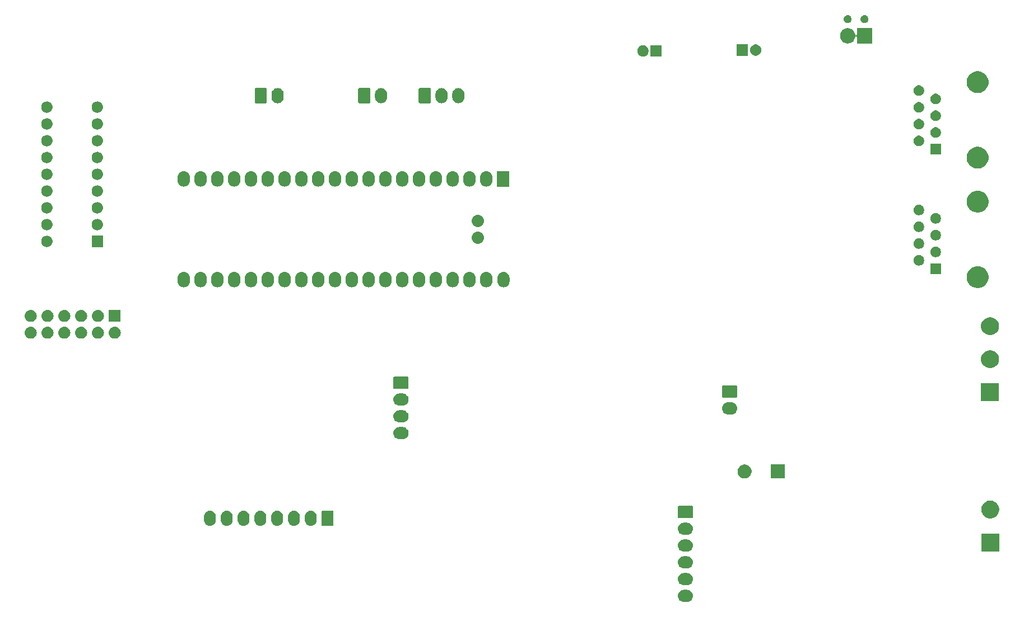
<source format=gbr>
G04 #@! TF.GenerationSoftware,KiCad,Pcbnew,5.1.2*
G04 #@! TF.CreationDate,2019-07-24T05:26:17+02:00*
G04 #@! TF.ProjectId,Motor,4d6f746f-722e-46b6-9963-61645f706362,rev?*
G04 #@! TF.SameCoordinates,Original*
G04 #@! TF.FileFunction,Soldermask,Bot*
G04 #@! TF.FilePolarity,Negative*
%FSLAX46Y46*%
G04 Gerber Fmt 4.6, Leading zero omitted, Abs format (unit mm)*
G04 Created by KiCad (PCBNEW 5.1.2) date 2019-07-24 05:26:17*
%MOMM*%
%LPD*%
G04 APERTURE LIST*
%ADD10C,0.100000*%
G04 APERTURE END LIST*
D10*
G36*
X147508345Y-133923442D02*
G01*
X147598548Y-133932326D01*
X147772157Y-133984990D01*
X147932156Y-134070511D01*
X147975729Y-134106271D01*
X148072397Y-134185603D01*
X148151729Y-134282271D01*
X148187489Y-134325844D01*
X148273010Y-134485843D01*
X148325674Y-134659452D01*
X148343456Y-134840000D01*
X148325674Y-135020548D01*
X148273010Y-135194157D01*
X148187489Y-135354156D01*
X148151729Y-135397729D01*
X148072397Y-135494397D01*
X147975729Y-135573729D01*
X147932156Y-135609489D01*
X147772157Y-135695010D01*
X147598548Y-135747674D01*
X147508345Y-135756558D01*
X147463245Y-135761000D01*
X146912755Y-135761000D01*
X146867655Y-135756558D01*
X146777452Y-135747674D01*
X146603843Y-135695010D01*
X146443844Y-135609489D01*
X146400271Y-135573729D01*
X146303603Y-135494397D01*
X146224271Y-135397729D01*
X146188511Y-135354156D01*
X146102990Y-135194157D01*
X146050326Y-135020548D01*
X146032544Y-134840000D01*
X146050326Y-134659452D01*
X146102990Y-134485843D01*
X146188511Y-134325844D01*
X146224271Y-134282271D01*
X146303603Y-134185603D01*
X146400271Y-134106271D01*
X146443844Y-134070511D01*
X146603843Y-133984990D01*
X146777452Y-133932326D01*
X146867655Y-133923442D01*
X146912755Y-133919000D01*
X147463245Y-133919000D01*
X147508345Y-133923442D01*
X147508345Y-133923442D01*
G37*
G36*
X147508345Y-131383442D02*
G01*
X147598548Y-131392326D01*
X147772157Y-131444990D01*
X147932156Y-131530511D01*
X147975729Y-131566271D01*
X148072397Y-131645603D01*
X148151729Y-131742271D01*
X148187489Y-131785844D01*
X148273010Y-131945843D01*
X148325674Y-132119452D01*
X148343456Y-132300000D01*
X148325674Y-132480548D01*
X148273010Y-132654157D01*
X148187489Y-132814156D01*
X148151729Y-132857729D01*
X148072397Y-132954397D01*
X147975729Y-133033729D01*
X147932156Y-133069489D01*
X147772157Y-133155010D01*
X147598548Y-133207674D01*
X147508345Y-133216558D01*
X147463245Y-133221000D01*
X146912755Y-133221000D01*
X146867655Y-133216558D01*
X146777452Y-133207674D01*
X146603843Y-133155010D01*
X146443844Y-133069489D01*
X146400271Y-133033729D01*
X146303603Y-132954397D01*
X146224271Y-132857729D01*
X146188511Y-132814156D01*
X146102990Y-132654157D01*
X146050326Y-132480548D01*
X146032544Y-132300000D01*
X146050326Y-132119452D01*
X146102990Y-131945843D01*
X146188511Y-131785844D01*
X146224271Y-131742271D01*
X146303603Y-131645603D01*
X146400271Y-131566271D01*
X146443844Y-131530511D01*
X146603843Y-131444990D01*
X146777452Y-131392326D01*
X146867655Y-131383442D01*
X146912755Y-131379000D01*
X147463245Y-131379000D01*
X147508345Y-131383442D01*
X147508345Y-131383442D01*
G37*
G36*
X147508345Y-128843442D02*
G01*
X147598548Y-128852326D01*
X147772157Y-128904990D01*
X147932156Y-128990511D01*
X147975729Y-129026271D01*
X148072397Y-129105603D01*
X148151729Y-129202271D01*
X148187489Y-129245844D01*
X148273010Y-129405843D01*
X148325674Y-129579452D01*
X148343456Y-129760000D01*
X148325674Y-129940548D01*
X148273010Y-130114157D01*
X148187489Y-130274156D01*
X148151729Y-130317729D01*
X148072397Y-130414397D01*
X147975729Y-130493729D01*
X147932156Y-130529489D01*
X147772157Y-130615010D01*
X147598548Y-130667674D01*
X147508345Y-130676558D01*
X147463245Y-130681000D01*
X146912755Y-130681000D01*
X146867655Y-130676558D01*
X146777452Y-130667674D01*
X146603843Y-130615010D01*
X146443844Y-130529489D01*
X146400271Y-130493729D01*
X146303603Y-130414397D01*
X146224271Y-130317729D01*
X146188511Y-130274156D01*
X146102990Y-130114157D01*
X146050326Y-129940548D01*
X146032544Y-129760000D01*
X146050326Y-129579452D01*
X146102990Y-129405843D01*
X146188511Y-129245844D01*
X146224271Y-129202271D01*
X146303603Y-129105603D01*
X146400271Y-129026271D01*
X146443844Y-128990511D01*
X146603843Y-128904990D01*
X146777452Y-128852326D01*
X146867655Y-128843442D01*
X146912755Y-128839000D01*
X147463245Y-128839000D01*
X147508345Y-128843442D01*
X147508345Y-128843442D01*
G37*
G36*
X147508345Y-126303442D02*
G01*
X147598548Y-126312326D01*
X147772157Y-126364990D01*
X147932156Y-126450511D01*
X147975729Y-126486271D01*
X148072397Y-126565603D01*
X148151729Y-126662271D01*
X148187489Y-126705844D01*
X148273010Y-126865843D01*
X148325674Y-127039452D01*
X148343456Y-127220000D01*
X148325674Y-127400548D01*
X148273010Y-127574157D01*
X148187489Y-127734156D01*
X148151729Y-127777729D01*
X148072397Y-127874397D01*
X147975729Y-127953729D01*
X147932156Y-127989489D01*
X147772157Y-128075010D01*
X147598548Y-128127674D01*
X147508345Y-128136558D01*
X147463245Y-128141000D01*
X146912755Y-128141000D01*
X146867655Y-128136558D01*
X146777452Y-128127674D01*
X146603843Y-128075010D01*
X146443844Y-127989489D01*
X146400271Y-127953729D01*
X146303603Y-127874397D01*
X146224271Y-127777729D01*
X146188511Y-127734156D01*
X146102990Y-127574157D01*
X146050326Y-127400548D01*
X146032544Y-127220000D01*
X146050326Y-127039452D01*
X146102990Y-126865843D01*
X146188511Y-126705844D01*
X146224271Y-126662271D01*
X146303603Y-126565603D01*
X146400271Y-126486271D01*
X146443844Y-126450511D01*
X146603843Y-126364990D01*
X146777452Y-126312326D01*
X146867655Y-126303442D01*
X146912755Y-126299000D01*
X147463245Y-126299000D01*
X147508345Y-126303442D01*
X147508345Y-126303442D01*
G37*
G36*
X194614600Y-128113800D02*
G01*
X191912600Y-128113800D01*
X191912600Y-125411800D01*
X194614600Y-125411800D01*
X194614600Y-128113800D01*
X194614600Y-128113800D01*
G37*
G36*
X147508345Y-123763442D02*
G01*
X147598548Y-123772326D01*
X147772157Y-123824990D01*
X147932156Y-123910511D01*
X147975729Y-123946271D01*
X148072397Y-124025603D01*
X148151729Y-124122271D01*
X148187489Y-124165844D01*
X148273010Y-124325843D01*
X148325674Y-124499452D01*
X148343456Y-124680000D01*
X148325674Y-124860548D01*
X148273010Y-125034157D01*
X148187489Y-125194156D01*
X148151729Y-125237729D01*
X148072397Y-125334397D01*
X147978080Y-125411800D01*
X147932156Y-125449489D01*
X147772157Y-125535010D01*
X147598548Y-125587674D01*
X147508345Y-125596558D01*
X147463245Y-125601000D01*
X146912755Y-125601000D01*
X146867655Y-125596558D01*
X146777452Y-125587674D01*
X146603843Y-125535010D01*
X146443844Y-125449489D01*
X146397920Y-125411800D01*
X146303603Y-125334397D01*
X146224271Y-125237729D01*
X146188511Y-125194156D01*
X146102990Y-125034157D01*
X146050326Y-124860548D01*
X146032544Y-124680000D01*
X146050326Y-124499452D01*
X146102990Y-124325843D01*
X146188511Y-124165844D01*
X146224271Y-124122271D01*
X146303603Y-124025603D01*
X146400271Y-123946271D01*
X146443844Y-123910511D01*
X146603843Y-123824990D01*
X146777452Y-123772326D01*
X146867655Y-123763442D01*
X146912755Y-123759000D01*
X147463245Y-123759000D01*
X147508345Y-123763442D01*
X147508345Y-123763442D01*
G37*
G36*
X83106548Y-121954826D02*
G01*
X83280157Y-122007490D01*
X83440156Y-122093011D01*
X83454612Y-122104875D01*
X83580397Y-122208103D01*
X83659729Y-122304771D01*
X83695489Y-122348344D01*
X83781010Y-122508343D01*
X83833674Y-122681952D01*
X83847000Y-122817257D01*
X83847000Y-123367744D01*
X83833674Y-123503048D01*
X83781010Y-123676657D01*
X83695489Y-123836656D01*
X83659729Y-123880229D01*
X83580397Y-123976897D01*
X83440155Y-124091989D01*
X83280156Y-124177510D01*
X83106547Y-124230174D01*
X82926000Y-124247956D01*
X82745452Y-124230174D01*
X82571843Y-124177510D01*
X82411844Y-124091989D01*
X82368271Y-124056229D01*
X82271603Y-123976897D01*
X82156511Y-123836655D01*
X82070991Y-123676658D01*
X82070990Y-123676656D01*
X82018326Y-123503047D01*
X82005000Y-123367743D01*
X82005000Y-122817256D01*
X82018326Y-122681952D01*
X82070990Y-122508343D01*
X82156512Y-122348344D01*
X82166832Y-122335770D01*
X82271604Y-122208103D01*
X82397389Y-122104875D01*
X82411845Y-122093011D01*
X82571844Y-122007490D01*
X82745453Y-121954826D01*
X82926000Y-121937044D01*
X83106548Y-121954826D01*
X83106548Y-121954826D01*
G37*
G36*
X85646548Y-121954826D02*
G01*
X85820157Y-122007490D01*
X85980156Y-122093011D01*
X85994612Y-122104875D01*
X86120397Y-122208103D01*
X86199729Y-122304771D01*
X86235489Y-122348344D01*
X86321010Y-122508343D01*
X86373674Y-122681952D01*
X86387000Y-122817257D01*
X86387000Y-123367744D01*
X86373674Y-123503048D01*
X86321010Y-123676657D01*
X86235489Y-123836656D01*
X86199729Y-123880229D01*
X86120397Y-123976897D01*
X85980155Y-124091989D01*
X85820156Y-124177510D01*
X85646547Y-124230174D01*
X85466000Y-124247956D01*
X85285452Y-124230174D01*
X85111843Y-124177510D01*
X84951844Y-124091989D01*
X84908271Y-124056229D01*
X84811603Y-123976897D01*
X84696511Y-123836655D01*
X84610991Y-123676658D01*
X84610990Y-123676656D01*
X84558326Y-123503047D01*
X84545000Y-123367743D01*
X84545000Y-122817256D01*
X84558326Y-122681952D01*
X84610990Y-122508343D01*
X84696512Y-122348344D01*
X84706832Y-122335770D01*
X84811604Y-122208103D01*
X84937389Y-122104875D01*
X84951845Y-122093011D01*
X85111844Y-122007490D01*
X85285453Y-121954826D01*
X85466000Y-121937044D01*
X85646548Y-121954826D01*
X85646548Y-121954826D01*
G37*
G36*
X88186548Y-121954826D02*
G01*
X88360157Y-122007490D01*
X88520156Y-122093011D01*
X88534612Y-122104875D01*
X88660397Y-122208103D01*
X88739729Y-122304771D01*
X88775489Y-122348344D01*
X88861010Y-122508343D01*
X88913674Y-122681952D01*
X88927000Y-122817257D01*
X88927000Y-123367744D01*
X88913674Y-123503048D01*
X88861010Y-123676657D01*
X88775489Y-123836656D01*
X88739729Y-123880229D01*
X88660397Y-123976897D01*
X88520155Y-124091989D01*
X88360156Y-124177510D01*
X88186547Y-124230174D01*
X88006000Y-124247956D01*
X87825452Y-124230174D01*
X87651843Y-124177510D01*
X87491844Y-124091989D01*
X87448271Y-124056229D01*
X87351603Y-123976897D01*
X87236511Y-123836655D01*
X87150991Y-123676658D01*
X87150990Y-123676656D01*
X87098326Y-123503047D01*
X87085000Y-123367743D01*
X87085000Y-122817256D01*
X87098326Y-122681952D01*
X87150990Y-122508343D01*
X87236512Y-122348344D01*
X87246832Y-122335770D01*
X87351604Y-122208103D01*
X87477389Y-122104875D01*
X87491845Y-122093011D01*
X87651844Y-122007490D01*
X87825453Y-121954826D01*
X88006000Y-121937044D01*
X88186548Y-121954826D01*
X88186548Y-121954826D01*
G37*
G36*
X90726548Y-121954826D02*
G01*
X90900157Y-122007490D01*
X91060156Y-122093011D01*
X91074612Y-122104875D01*
X91200397Y-122208103D01*
X91279729Y-122304771D01*
X91315489Y-122348344D01*
X91401010Y-122508343D01*
X91453674Y-122681952D01*
X91467000Y-122817257D01*
X91467000Y-123367744D01*
X91453674Y-123503048D01*
X91401010Y-123676657D01*
X91315489Y-123836656D01*
X91279729Y-123880229D01*
X91200397Y-123976897D01*
X91060155Y-124091989D01*
X90900156Y-124177510D01*
X90726547Y-124230174D01*
X90546000Y-124247956D01*
X90365452Y-124230174D01*
X90191843Y-124177510D01*
X90031844Y-124091989D01*
X89988271Y-124056229D01*
X89891603Y-123976897D01*
X89776511Y-123836655D01*
X89690991Y-123676658D01*
X89690990Y-123676656D01*
X89638326Y-123503047D01*
X89625000Y-123367743D01*
X89625000Y-122817256D01*
X89638326Y-122681952D01*
X89690990Y-122508343D01*
X89776512Y-122348344D01*
X89786832Y-122335770D01*
X89891604Y-122208103D01*
X90017389Y-122104875D01*
X90031845Y-122093011D01*
X90191844Y-122007490D01*
X90365453Y-121954826D01*
X90546000Y-121937044D01*
X90726548Y-121954826D01*
X90726548Y-121954826D01*
G37*
G36*
X80566548Y-121954826D02*
G01*
X80740157Y-122007490D01*
X80900156Y-122093011D01*
X80914612Y-122104875D01*
X81040397Y-122208103D01*
X81119729Y-122304771D01*
X81155489Y-122348344D01*
X81241010Y-122508343D01*
X81293674Y-122681952D01*
X81307000Y-122817257D01*
X81307000Y-123367744D01*
X81293674Y-123503048D01*
X81241010Y-123676657D01*
X81155489Y-123836656D01*
X81119729Y-123880229D01*
X81040397Y-123976897D01*
X80900155Y-124091989D01*
X80740156Y-124177510D01*
X80566547Y-124230174D01*
X80386000Y-124247956D01*
X80205452Y-124230174D01*
X80031843Y-124177510D01*
X79871844Y-124091989D01*
X79828271Y-124056229D01*
X79731603Y-123976897D01*
X79616511Y-123836655D01*
X79530991Y-123676658D01*
X79530990Y-123676656D01*
X79478326Y-123503047D01*
X79465000Y-123367743D01*
X79465000Y-122817256D01*
X79478326Y-122681952D01*
X79530990Y-122508343D01*
X79616512Y-122348344D01*
X79626832Y-122335770D01*
X79731604Y-122208103D01*
X79857389Y-122104875D01*
X79871845Y-122093011D01*
X80031844Y-122007490D01*
X80205453Y-121954826D01*
X80386000Y-121937044D01*
X80566548Y-121954826D01*
X80566548Y-121954826D01*
G37*
G36*
X78026548Y-121954826D02*
G01*
X78200157Y-122007490D01*
X78360156Y-122093011D01*
X78374612Y-122104875D01*
X78500397Y-122208103D01*
X78579729Y-122304771D01*
X78615489Y-122348344D01*
X78701010Y-122508343D01*
X78753674Y-122681952D01*
X78767000Y-122817257D01*
X78767000Y-123367744D01*
X78753674Y-123503048D01*
X78701010Y-123676657D01*
X78615489Y-123836656D01*
X78579729Y-123880229D01*
X78500397Y-123976897D01*
X78360155Y-124091989D01*
X78200156Y-124177510D01*
X78026547Y-124230174D01*
X77846000Y-124247956D01*
X77665452Y-124230174D01*
X77491843Y-124177510D01*
X77331844Y-124091989D01*
X77288271Y-124056229D01*
X77191603Y-123976897D01*
X77076511Y-123836655D01*
X76990991Y-123676658D01*
X76990990Y-123676656D01*
X76938326Y-123503047D01*
X76925000Y-123367743D01*
X76925000Y-122817256D01*
X76938326Y-122681952D01*
X76990990Y-122508343D01*
X77076512Y-122348344D01*
X77086832Y-122335770D01*
X77191604Y-122208103D01*
X77317389Y-122104875D01*
X77331845Y-122093011D01*
X77491844Y-122007490D01*
X77665453Y-121954826D01*
X77846000Y-121937044D01*
X78026548Y-121954826D01*
X78026548Y-121954826D01*
G37*
G36*
X75486548Y-121954826D02*
G01*
X75660157Y-122007490D01*
X75820156Y-122093011D01*
X75834612Y-122104875D01*
X75960397Y-122208103D01*
X76039729Y-122304771D01*
X76075489Y-122348344D01*
X76161010Y-122508343D01*
X76213674Y-122681952D01*
X76227000Y-122817257D01*
X76227000Y-123367744D01*
X76213674Y-123503048D01*
X76161010Y-123676657D01*
X76075489Y-123836656D01*
X76039729Y-123880229D01*
X75960397Y-123976897D01*
X75820155Y-124091989D01*
X75660156Y-124177510D01*
X75486547Y-124230174D01*
X75306000Y-124247956D01*
X75125452Y-124230174D01*
X74951843Y-124177510D01*
X74791844Y-124091989D01*
X74748271Y-124056229D01*
X74651603Y-123976897D01*
X74536511Y-123836655D01*
X74450991Y-123676658D01*
X74450990Y-123676656D01*
X74398326Y-123503047D01*
X74385000Y-123367743D01*
X74385000Y-122817256D01*
X74398326Y-122681952D01*
X74450990Y-122508343D01*
X74536512Y-122348344D01*
X74546832Y-122335770D01*
X74651604Y-122208103D01*
X74777389Y-122104875D01*
X74791845Y-122093011D01*
X74951844Y-122007490D01*
X75125453Y-121954826D01*
X75306000Y-121937044D01*
X75486548Y-121954826D01*
X75486548Y-121954826D01*
G37*
G36*
X93865561Y-121945466D02*
G01*
X93898383Y-121955423D01*
X93928632Y-121971592D01*
X93955148Y-121993352D01*
X93976908Y-122019868D01*
X93993077Y-122050117D01*
X94003034Y-122082939D01*
X94007000Y-122123213D01*
X94007000Y-124061787D01*
X94003034Y-124102061D01*
X93993077Y-124134883D01*
X93976908Y-124165132D01*
X93955148Y-124191648D01*
X93928632Y-124213408D01*
X93898383Y-124229577D01*
X93865561Y-124239534D01*
X93825287Y-124243500D01*
X92346713Y-124243500D01*
X92306439Y-124239534D01*
X92273617Y-124229577D01*
X92243368Y-124213408D01*
X92216852Y-124191648D01*
X92195092Y-124165132D01*
X92178923Y-124134883D01*
X92168966Y-124102061D01*
X92165000Y-124061787D01*
X92165000Y-122123213D01*
X92168966Y-122082939D01*
X92178923Y-122050117D01*
X92195092Y-122019868D01*
X92216852Y-121993352D01*
X92243368Y-121971592D01*
X92273617Y-121955423D01*
X92306439Y-121945466D01*
X92346713Y-121941500D01*
X93825287Y-121941500D01*
X93865561Y-121945466D01*
X93865561Y-121945466D01*
G37*
G36*
X193657672Y-120463718D02*
G01*
X193903539Y-120565559D01*
X194014928Y-120639987D01*
X194124811Y-120713409D01*
X194312991Y-120901589D01*
X194460842Y-121122863D01*
X194562682Y-121368728D01*
X194614600Y-121629737D01*
X194614600Y-121895863D01*
X194562682Y-122156872D01*
X194460842Y-122402737D01*
X194312991Y-122624011D01*
X194124811Y-122812191D01*
X194024395Y-122879287D01*
X193903539Y-122960041D01*
X193903538Y-122960042D01*
X193903537Y-122960042D01*
X193657672Y-123061882D01*
X193396663Y-123113800D01*
X193130537Y-123113800D01*
X192869528Y-123061882D01*
X192623663Y-122960042D01*
X192623662Y-122960042D01*
X192623661Y-122960041D01*
X192502805Y-122879287D01*
X192402389Y-122812191D01*
X192214209Y-122624011D01*
X192066358Y-122402737D01*
X191964518Y-122156872D01*
X191912600Y-121895863D01*
X191912600Y-121629737D01*
X191964518Y-121368728D01*
X192066358Y-121122863D01*
X192214209Y-120901589D01*
X192402389Y-120713409D01*
X192512272Y-120639987D01*
X192623661Y-120565559D01*
X192869528Y-120463718D01*
X193130537Y-120411800D01*
X193396663Y-120411800D01*
X193657672Y-120463718D01*
X193657672Y-120463718D01*
G37*
G36*
X148197561Y-121222966D02*
G01*
X148230383Y-121232923D01*
X148260632Y-121249092D01*
X148287148Y-121270852D01*
X148308908Y-121297368D01*
X148325077Y-121327617D01*
X148335034Y-121360439D01*
X148339000Y-121400713D01*
X148339000Y-122879287D01*
X148335034Y-122919561D01*
X148325077Y-122952383D01*
X148308908Y-122982632D01*
X148287148Y-123009148D01*
X148260632Y-123030908D01*
X148230383Y-123047077D01*
X148197561Y-123057034D01*
X148157287Y-123061000D01*
X146218713Y-123061000D01*
X146178439Y-123057034D01*
X146145617Y-123047077D01*
X146115368Y-123030908D01*
X146088852Y-123009148D01*
X146067092Y-122982632D01*
X146050923Y-122952383D01*
X146040966Y-122919561D01*
X146037000Y-122879287D01*
X146037000Y-121400713D01*
X146040966Y-121360439D01*
X146050923Y-121327617D01*
X146067092Y-121297368D01*
X146088852Y-121270852D01*
X146115368Y-121249092D01*
X146145617Y-121232923D01*
X146178439Y-121222966D01*
X146218713Y-121219000D01*
X148157287Y-121219000D01*
X148197561Y-121222966D01*
X148197561Y-121222966D01*
G37*
G36*
X162183600Y-117044200D02*
G01*
X160081600Y-117044200D01*
X160081600Y-114942200D01*
X162183600Y-114942200D01*
X162183600Y-117044200D01*
X162183600Y-117044200D01*
G37*
G36*
X156439164Y-114982589D02*
G01*
X156630433Y-115061815D01*
X156630435Y-115061816D01*
X156802573Y-115176835D01*
X156948965Y-115323227D01*
X157063985Y-115495367D01*
X157143211Y-115686636D01*
X157183600Y-115889684D01*
X157183600Y-116096716D01*
X157143211Y-116299764D01*
X157063985Y-116491033D01*
X157063984Y-116491035D01*
X156948965Y-116663173D01*
X156802573Y-116809565D01*
X156630435Y-116924584D01*
X156630434Y-116924585D01*
X156630433Y-116924585D01*
X156439164Y-117003811D01*
X156236116Y-117044200D01*
X156029084Y-117044200D01*
X155826036Y-117003811D01*
X155634767Y-116924585D01*
X155634766Y-116924585D01*
X155634765Y-116924584D01*
X155462627Y-116809565D01*
X155316235Y-116663173D01*
X155201216Y-116491035D01*
X155201215Y-116491033D01*
X155121989Y-116299764D01*
X155081600Y-116096716D01*
X155081600Y-115889684D01*
X155121989Y-115686636D01*
X155201215Y-115495367D01*
X155316235Y-115323227D01*
X155462627Y-115176835D01*
X155634765Y-115061816D01*
X155634767Y-115061815D01*
X155826036Y-114982589D01*
X156029084Y-114942200D01*
X156236116Y-114942200D01*
X156439164Y-114982589D01*
X156439164Y-114982589D01*
G37*
G36*
X104506145Y-109285442D02*
G01*
X104596348Y-109294326D01*
X104769957Y-109346990D01*
X104929956Y-109432511D01*
X104973529Y-109468271D01*
X105070197Y-109547603D01*
X105149529Y-109644271D01*
X105185289Y-109687844D01*
X105270810Y-109847843D01*
X105323474Y-110021452D01*
X105341256Y-110202000D01*
X105323474Y-110382548D01*
X105270810Y-110556157D01*
X105185289Y-110716156D01*
X105149529Y-110759729D01*
X105070197Y-110856397D01*
X104973529Y-110935729D01*
X104929956Y-110971489D01*
X104769957Y-111057010D01*
X104596348Y-111109674D01*
X104506145Y-111118558D01*
X104461045Y-111123000D01*
X103910555Y-111123000D01*
X103865455Y-111118558D01*
X103775252Y-111109674D01*
X103601643Y-111057010D01*
X103441644Y-110971489D01*
X103398071Y-110935729D01*
X103301403Y-110856397D01*
X103222071Y-110759729D01*
X103186311Y-110716156D01*
X103100790Y-110556157D01*
X103048126Y-110382548D01*
X103030344Y-110202000D01*
X103048126Y-110021452D01*
X103100790Y-109847843D01*
X103186311Y-109687844D01*
X103222071Y-109644271D01*
X103301403Y-109547603D01*
X103398071Y-109468271D01*
X103441644Y-109432511D01*
X103601643Y-109346990D01*
X103775252Y-109294326D01*
X103865455Y-109285442D01*
X103910555Y-109281000D01*
X104461045Y-109281000D01*
X104506145Y-109285442D01*
X104506145Y-109285442D01*
G37*
G36*
X104506145Y-106745442D02*
G01*
X104596348Y-106754326D01*
X104769957Y-106806990D01*
X104929956Y-106892511D01*
X104973529Y-106928271D01*
X105070197Y-107007603D01*
X105149529Y-107104271D01*
X105185289Y-107147844D01*
X105270810Y-107307843D01*
X105323474Y-107481452D01*
X105341256Y-107662000D01*
X105323474Y-107842548D01*
X105270810Y-108016157D01*
X105185289Y-108176156D01*
X105149529Y-108219729D01*
X105070197Y-108316397D01*
X104973529Y-108395729D01*
X104929956Y-108431489D01*
X104769957Y-108517010D01*
X104596348Y-108569674D01*
X104506145Y-108578558D01*
X104461045Y-108583000D01*
X103910555Y-108583000D01*
X103865455Y-108578558D01*
X103775252Y-108569674D01*
X103601643Y-108517010D01*
X103441644Y-108431489D01*
X103398071Y-108395729D01*
X103301403Y-108316397D01*
X103222071Y-108219729D01*
X103186311Y-108176156D01*
X103100790Y-108016157D01*
X103048126Y-107842548D01*
X103030344Y-107662000D01*
X103048126Y-107481452D01*
X103100790Y-107307843D01*
X103186311Y-107147844D01*
X103222071Y-107104271D01*
X103301403Y-107007603D01*
X103398071Y-106928271D01*
X103441644Y-106892511D01*
X103601643Y-106806990D01*
X103775252Y-106754326D01*
X103865455Y-106745442D01*
X103910555Y-106741000D01*
X104461045Y-106741000D01*
X104506145Y-106745442D01*
X104506145Y-106745442D01*
G37*
G36*
X154196165Y-105533862D02*
G01*
X154286368Y-105542746D01*
X154459977Y-105595410D01*
X154619976Y-105680931D01*
X154663549Y-105716691D01*
X154760217Y-105796023D01*
X154838563Y-105891489D01*
X154875309Y-105936264D01*
X154960830Y-106096263D01*
X155013494Y-106269872D01*
X155031276Y-106450420D01*
X155013494Y-106630968D01*
X154960830Y-106804577D01*
X154875309Y-106964576D01*
X154839997Y-107007603D01*
X154760217Y-107104817D01*
X154663549Y-107184149D01*
X154619976Y-107219909D01*
X154459977Y-107305430D01*
X154286368Y-107358094D01*
X154196165Y-107366978D01*
X154151065Y-107371420D01*
X153600575Y-107371420D01*
X153555475Y-107366978D01*
X153465272Y-107358094D01*
X153291663Y-107305430D01*
X153131664Y-107219909D01*
X153088091Y-107184149D01*
X152991423Y-107104817D01*
X152911643Y-107007603D01*
X152876331Y-106964576D01*
X152790810Y-106804577D01*
X152738146Y-106630968D01*
X152720364Y-106450420D01*
X152738146Y-106269872D01*
X152790810Y-106096263D01*
X152876331Y-105936264D01*
X152913077Y-105891489D01*
X152991423Y-105796023D01*
X153088091Y-105716691D01*
X153131664Y-105680931D01*
X153291663Y-105595410D01*
X153465272Y-105542746D01*
X153555475Y-105533862D01*
X153600575Y-105529420D01*
X154151065Y-105529420D01*
X154196165Y-105533862D01*
X154196165Y-105533862D01*
G37*
G36*
X104506145Y-104205442D02*
G01*
X104596348Y-104214326D01*
X104769957Y-104266990D01*
X104929956Y-104352511D01*
X104973529Y-104388271D01*
X105070197Y-104467603D01*
X105149529Y-104564271D01*
X105185289Y-104607844D01*
X105270810Y-104767843D01*
X105323474Y-104941452D01*
X105341256Y-105122000D01*
X105323474Y-105302548D01*
X105270810Y-105476157D01*
X105185289Y-105636156D01*
X105149529Y-105679729D01*
X105070197Y-105776397D01*
X104973529Y-105855729D01*
X104929956Y-105891489D01*
X104769957Y-105977010D01*
X104596348Y-106029674D01*
X104506145Y-106038558D01*
X104461045Y-106043000D01*
X103910555Y-106043000D01*
X103865455Y-106038558D01*
X103775252Y-106029674D01*
X103601643Y-105977010D01*
X103441644Y-105891489D01*
X103398071Y-105855729D01*
X103301403Y-105776397D01*
X103222071Y-105679729D01*
X103186311Y-105636156D01*
X103100790Y-105476157D01*
X103048126Y-105302548D01*
X103030344Y-105122000D01*
X103048126Y-104941452D01*
X103100790Y-104767843D01*
X103186311Y-104607844D01*
X103222071Y-104564271D01*
X103301403Y-104467603D01*
X103398071Y-104388271D01*
X103441644Y-104352511D01*
X103601643Y-104266990D01*
X103775252Y-104214326D01*
X103865455Y-104205442D01*
X103910555Y-104201000D01*
X104461045Y-104201000D01*
X104506145Y-104205442D01*
X104506145Y-104205442D01*
G37*
G36*
X194581000Y-105355400D02*
G01*
X191879000Y-105355400D01*
X191879000Y-102653400D01*
X194581000Y-102653400D01*
X194581000Y-105355400D01*
X194581000Y-105355400D01*
G37*
G36*
X154885381Y-102993386D02*
G01*
X154918203Y-103003343D01*
X154948452Y-103019512D01*
X154974968Y-103041272D01*
X154996728Y-103067788D01*
X155012897Y-103098037D01*
X155022854Y-103130859D01*
X155026820Y-103171133D01*
X155026820Y-104649707D01*
X155022854Y-104689981D01*
X155012897Y-104722803D01*
X154996728Y-104753052D01*
X154974968Y-104779568D01*
X154948452Y-104801328D01*
X154918203Y-104817497D01*
X154885381Y-104827454D01*
X154845107Y-104831420D01*
X152906533Y-104831420D01*
X152866259Y-104827454D01*
X152833437Y-104817497D01*
X152803188Y-104801328D01*
X152776672Y-104779568D01*
X152754912Y-104753052D01*
X152738743Y-104722803D01*
X152728786Y-104689981D01*
X152724820Y-104649707D01*
X152724820Y-103171133D01*
X152728786Y-103130859D01*
X152738743Y-103098037D01*
X152754912Y-103067788D01*
X152776672Y-103041272D01*
X152803188Y-103019512D01*
X152833437Y-103003343D01*
X152866259Y-102993386D01*
X152906533Y-102989420D01*
X154845107Y-102989420D01*
X154885381Y-102993386D01*
X154885381Y-102993386D01*
G37*
G36*
X105195361Y-101664966D02*
G01*
X105228183Y-101674923D01*
X105258432Y-101691092D01*
X105284948Y-101712852D01*
X105306708Y-101739368D01*
X105322877Y-101769617D01*
X105332834Y-101802439D01*
X105336800Y-101842713D01*
X105336800Y-103321287D01*
X105332834Y-103361561D01*
X105322877Y-103394383D01*
X105306708Y-103424632D01*
X105284948Y-103451148D01*
X105258432Y-103472908D01*
X105228183Y-103489077D01*
X105195361Y-103499034D01*
X105155087Y-103503000D01*
X103216513Y-103503000D01*
X103176239Y-103499034D01*
X103143417Y-103489077D01*
X103113168Y-103472908D01*
X103086652Y-103451148D01*
X103064892Y-103424632D01*
X103048723Y-103394383D01*
X103038766Y-103361561D01*
X103034800Y-103321287D01*
X103034800Y-101842713D01*
X103038766Y-101802439D01*
X103048723Y-101769617D01*
X103064892Y-101739368D01*
X103086652Y-101712852D01*
X103113168Y-101691092D01*
X103143417Y-101674923D01*
X103176239Y-101664966D01*
X103216513Y-101661000D01*
X105155087Y-101661000D01*
X105195361Y-101664966D01*
X105195361Y-101664966D01*
G37*
G36*
X193624072Y-97705318D02*
G01*
X193869939Y-97807159D01*
X194091212Y-97955010D01*
X194279390Y-98143188D01*
X194427241Y-98364461D01*
X194529082Y-98610328D01*
X194581000Y-98871338D01*
X194581000Y-99137462D01*
X194529082Y-99398472D01*
X194427241Y-99644339D01*
X194279390Y-99865612D01*
X194091212Y-100053790D01*
X193869939Y-100201641D01*
X193869938Y-100201642D01*
X193869937Y-100201642D01*
X193624072Y-100303482D01*
X193363063Y-100355400D01*
X193096937Y-100355400D01*
X192835928Y-100303482D01*
X192590063Y-100201642D01*
X192590062Y-100201642D01*
X192590061Y-100201641D01*
X192368788Y-100053790D01*
X192180610Y-99865612D01*
X192032759Y-99644339D01*
X191930918Y-99398472D01*
X191879000Y-99137462D01*
X191879000Y-98871338D01*
X191930918Y-98610328D01*
X192032759Y-98364461D01*
X192180610Y-98143188D01*
X192368788Y-97955010D01*
X192590061Y-97807159D01*
X192835928Y-97705318D01*
X193096937Y-97653400D01*
X193363063Y-97653400D01*
X193624072Y-97705318D01*
X193624072Y-97705318D01*
G37*
G36*
X55960043Y-94105619D02*
G01*
X56026227Y-94112137D01*
X56196066Y-94163657D01*
X56352591Y-94247322D01*
X56388329Y-94276652D01*
X56489786Y-94359914D01*
X56573048Y-94461371D01*
X56602378Y-94497109D01*
X56686043Y-94653634D01*
X56737563Y-94823473D01*
X56754959Y-95000100D01*
X56737563Y-95176727D01*
X56686043Y-95346566D01*
X56602378Y-95503091D01*
X56573048Y-95538829D01*
X56489786Y-95640286D01*
X56388329Y-95723548D01*
X56352591Y-95752878D01*
X56196066Y-95836543D01*
X56026227Y-95888063D01*
X55960042Y-95894582D01*
X55893860Y-95901100D01*
X55805340Y-95901100D01*
X55739158Y-95894582D01*
X55672973Y-95888063D01*
X55503134Y-95836543D01*
X55346609Y-95752878D01*
X55310871Y-95723548D01*
X55209414Y-95640286D01*
X55126152Y-95538829D01*
X55096822Y-95503091D01*
X55013157Y-95346566D01*
X54961637Y-95176727D01*
X54944241Y-95000100D01*
X54961637Y-94823473D01*
X55013157Y-94653634D01*
X55096822Y-94497109D01*
X55126152Y-94461371D01*
X55209414Y-94359914D01*
X55310871Y-94276652D01*
X55346609Y-94247322D01*
X55503134Y-94163657D01*
X55672973Y-94112137D01*
X55739157Y-94105619D01*
X55805340Y-94099100D01*
X55893860Y-94099100D01*
X55960043Y-94105619D01*
X55960043Y-94105619D01*
G37*
G36*
X58500043Y-94105619D02*
G01*
X58566227Y-94112137D01*
X58736066Y-94163657D01*
X58892591Y-94247322D01*
X58928329Y-94276652D01*
X59029786Y-94359914D01*
X59113048Y-94461371D01*
X59142378Y-94497109D01*
X59226043Y-94653634D01*
X59277563Y-94823473D01*
X59294959Y-95000100D01*
X59277563Y-95176727D01*
X59226043Y-95346566D01*
X59142378Y-95503091D01*
X59113048Y-95538829D01*
X59029786Y-95640286D01*
X58928329Y-95723548D01*
X58892591Y-95752878D01*
X58736066Y-95836543D01*
X58566227Y-95888063D01*
X58500042Y-95894582D01*
X58433860Y-95901100D01*
X58345340Y-95901100D01*
X58279158Y-95894582D01*
X58212973Y-95888063D01*
X58043134Y-95836543D01*
X57886609Y-95752878D01*
X57850871Y-95723548D01*
X57749414Y-95640286D01*
X57666152Y-95538829D01*
X57636822Y-95503091D01*
X57553157Y-95346566D01*
X57501637Y-95176727D01*
X57484241Y-95000100D01*
X57501637Y-94823473D01*
X57553157Y-94653634D01*
X57636822Y-94497109D01*
X57666152Y-94461371D01*
X57749414Y-94359914D01*
X57850871Y-94276652D01*
X57886609Y-94247322D01*
X58043134Y-94163657D01*
X58212973Y-94112137D01*
X58279157Y-94105619D01*
X58345340Y-94099100D01*
X58433860Y-94099100D01*
X58500043Y-94105619D01*
X58500043Y-94105619D01*
G37*
G36*
X53420043Y-94105619D02*
G01*
X53486227Y-94112137D01*
X53656066Y-94163657D01*
X53812591Y-94247322D01*
X53848329Y-94276652D01*
X53949786Y-94359914D01*
X54033048Y-94461371D01*
X54062378Y-94497109D01*
X54146043Y-94653634D01*
X54197563Y-94823473D01*
X54214959Y-95000100D01*
X54197563Y-95176727D01*
X54146043Y-95346566D01*
X54062378Y-95503091D01*
X54033048Y-95538829D01*
X53949786Y-95640286D01*
X53848329Y-95723548D01*
X53812591Y-95752878D01*
X53656066Y-95836543D01*
X53486227Y-95888063D01*
X53420042Y-95894582D01*
X53353860Y-95901100D01*
X53265340Y-95901100D01*
X53199158Y-95894582D01*
X53132973Y-95888063D01*
X52963134Y-95836543D01*
X52806609Y-95752878D01*
X52770871Y-95723548D01*
X52669414Y-95640286D01*
X52586152Y-95538829D01*
X52556822Y-95503091D01*
X52473157Y-95346566D01*
X52421637Y-95176727D01*
X52404241Y-95000100D01*
X52421637Y-94823473D01*
X52473157Y-94653634D01*
X52556822Y-94497109D01*
X52586152Y-94461371D01*
X52669414Y-94359914D01*
X52770871Y-94276652D01*
X52806609Y-94247322D01*
X52963134Y-94163657D01*
X53132973Y-94112137D01*
X53199157Y-94105619D01*
X53265340Y-94099100D01*
X53353860Y-94099100D01*
X53420043Y-94105619D01*
X53420043Y-94105619D01*
G37*
G36*
X61040043Y-94105619D02*
G01*
X61106227Y-94112137D01*
X61276066Y-94163657D01*
X61432591Y-94247322D01*
X61468329Y-94276652D01*
X61569786Y-94359914D01*
X61653048Y-94461371D01*
X61682378Y-94497109D01*
X61766043Y-94653634D01*
X61817563Y-94823473D01*
X61834959Y-95000100D01*
X61817563Y-95176727D01*
X61766043Y-95346566D01*
X61682378Y-95503091D01*
X61653048Y-95538829D01*
X61569786Y-95640286D01*
X61468329Y-95723548D01*
X61432591Y-95752878D01*
X61276066Y-95836543D01*
X61106227Y-95888063D01*
X61040042Y-95894582D01*
X60973860Y-95901100D01*
X60885340Y-95901100D01*
X60819158Y-95894582D01*
X60752973Y-95888063D01*
X60583134Y-95836543D01*
X60426609Y-95752878D01*
X60390871Y-95723548D01*
X60289414Y-95640286D01*
X60206152Y-95538829D01*
X60176822Y-95503091D01*
X60093157Y-95346566D01*
X60041637Y-95176727D01*
X60024241Y-95000100D01*
X60041637Y-94823473D01*
X60093157Y-94653634D01*
X60176822Y-94497109D01*
X60206152Y-94461371D01*
X60289414Y-94359914D01*
X60390871Y-94276652D01*
X60426609Y-94247322D01*
X60583134Y-94163657D01*
X60752973Y-94112137D01*
X60819157Y-94105619D01*
X60885340Y-94099100D01*
X60973860Y-94099100D01*
X61040043Y-94105619D01*
X61040043Y-94105619D01*
G37*
G36*
X50880043Y-94105619D02*
G01*
X50946227Y-94112137D01*
X51116066Y-94163657D01*
X51272591Y-94247322D01*
X51308329Y-94276652D01*
X51409786Y-94359914D01*
X51493048Y-94461371D01*
X51522378Y-94497109D01*
X51606043Y-94653634D01*
X51657563Y-94823473D01*
X51674959Y-95000100D01*
X51657563Y-95176727D01*
X51606043Y-95346566D01*
X51522378Y-95503091D01*
X51493048Y-95538829D01*
X51409786Y-95640286D01*
X51308329Y-95723548D01*
X51272591Y-95752878D01*
X51116066Y-95836543D01*
X50946227Y-95888063D01*
X50880042Y-95894582D01*
X50813860Y-95901100D01*
X50725340Y-95901100D01*
X50659158Y-95894582D01*
X50592973Y-95888063D01*
X50423134Y-95836543D01*
X50266609Y-95752878D01*
X50230871Y-95723548D01*
X50129414Y-95640286D01*
X50046152Y-95538829D01*
X50016822Y-95503091D01*
X49933157Y-95346566D01*
X49881637Y-95176727D01*
X49864241Y-95000100D01*
X49881637Y-94823473D01*
X49933157Y-94653634D01*
X50016822Y-94497109D01*
X50046152Y-94461371D01*
X50129414Y-94359914D01*
X50230871Y-94276652D01*
X50266609Y-94247322D01*
X50423134Y-94163657D01*
X50592973Y-94112137D01*
X50659157Y-94105619D01*
X50725340Y-94099100D01*
X50813860Y-94099100D01*
X50880043Y-94105619D01*
X50880043Y-94105619D01*
G37*
G36*
X48340043Y-94105619D02*
G01*
X48406227Y-94112137D01*
X48576066Y-94163657D01*
X48732591Y-94247322D01*
X48768329Y-94276652D01*
X48869786Y-94359914D01*
X48953048Y-94461371D01*
X48982378Y-94497109D01*
X49066043Y-94653634D01*
X49117563Y-94823473D01*
X49134959Y-95000100D01*
X49117563Y-95176727D01*
X49066043Y-95346566D01*
X48982378Y-95503091D01*
X48953048Y-95538829D01*
X48869786Y-95640286D01*
X48768329Y-95723548D01*
X48732591Y-95752878D01*
X48576066Y-95836543D01*
X48406227Y-95888063D01*
X48340042Y-95894582D01*
X48273860Y-95901100D01*
X48185340Y-95901100D01*
X48119158Y-95894582D01*
X48052973Y-95888063D01*
X47883134Y-95836543D01*
X47726609Y-95752878D01*
X47690871Y-95723548D01*
X47589414Y-95640286D01*
X47506152Y-95538829D01*
X47476822Y-95503091D01*
X47393157Y-95346566D01*
X47341637Y-95176727D01*
X47324241Y-95000100D01*
X47341637Y-94823473D01*
X47393157Y-94653634D01*
X47476822Y-94497109D01*
X47506152Y-94461371D01*
X47589414Y-94359914D01*
X47690871Y-94276652D01*
X47726609Y-94247322D01*
X47883134Y-94163657D01*
X48052973Y-94112137D01*
X48119157Y-94105619D01*
X48185340Y-94099100D01*
X48273860Y-94099100D01*
X48340043Y-94105619D01*
X48340043Y-94105619D01*
G37*
G36*
X193624072Y-92705318D02*
G01*
X193868513Y-92806568D01*
X193869939Y-92807159D01*
X193981328Y-92881587D01*
X194091211Y-92955009D01*
X194279391Y-93143189D01*
X194352813Y-93253072D01*
X194427241Y-93364461D01*
X194529082Y-93610328D01*
X194581000Y-93871338D01*
X194581000Y-94137462D01*
X194529082Y-94398472D01*
X194427241Y-94644339D01*
X194279390Y-94865612D01*
X194091212Y-95053790D01*
X193869939Y-95201641D01*
X193869938Y-95201642D01*
X193869937Y-95201642D01*
X193624072Y-95303482D01*
X193363063Y-95355400D01*
X193096937Y-95355400D01*
X192835928Y-95303482D01*
X192590063Y-95201642D01*
X192590062Y-95201642D01*
X192590061Y-95201641D01*
X192368788Y-95053790D01*
X192180610Y-94865612D01*
X192032759Y-94644339D01*
X191930918Y-94398472D01*
X191879000Y-94137462D01*
X191879000Y-93871338D01*
X191930918Y-93610328D01*
X192032759Y-93364461D01*
X192107187Y-93253072D01*
X192180609Y-93143189D01*
X192368789Y-92955009D01*
X192478672Y-92881587D01*
X192590061Y-92807159D01*
X192591488Y-92806568D01*
X192835928Y-92705318D01*
X193096937Y-92653400D01*
X193363063Y-92653400D01*
X193624072Y-92705318D01*
X193624072Y-92705318D01*
G37*
G36*
X55960042Y-91565618D02*
G01*
X56026227Y-91572137D01*
X56196066Y-91623657D01*
X56352591Y-91707322D01*
X56388329Y-91736652D01*
X56489786Y-91819914D01*
X56573048Y-91921371D01*
X56602378Y-91957109D01*
X56686043Y-92113634D01*
X56737563Y-92283473D01*
X56754959Y-92460100D01*
X56737563Y-92636727D01*
X56686043Y-92806566D01*
X56602378Y-92963091D01*
X56573048Y-92998829D01*
X56489786Y-93100286D01*
X56388329Y-93183548D01*
X56352591Y-93212878D01*
X56196066Y-93296543D01*
X56026227Y-93348063D01*
X55960043Y-93354581D01*
X55893860Y-93361100D01*
X55805340Y-93361100D01*
X55739157Y-93354581D01*
X55672973Y-93348063D01*
X55503134Y-93296543D01*
X55346609Y-93212878D01*
X55310871Y-93183548D01*
X55209414Y-93100286D01*
X55126152Y-92998829D01*
X55096822Y-92963091D01*
X55013157Y-92806566D01*
X54961637Y-92636727D01*
X54944241Y-92460100D01*
X54961637Y-92283473D01*
X55013157Y-92113634D01*
X55096822Y-91957109D01*
X55126152Y-91921371D01*
X55209414Y-91819914D01*
X55310871Y-91736652D01*
X55346609Y-91707322D01*
X55503134Y-91623657D01*
X55672973Y-91572137D01*
X55739158Y-91565618D01*
X55805340Y-91559100D01*
X55893860Y-91559100D01*
X55960042Y-91565618D01*
X55960042Y-91565618D01*
G37*
G36*
X53420042Y-91565618D02*
G01*
X53486227Y-91572137D01*
X53656066Y-91623657D01*
X53812591Y-91707322D01*
X53848329Y-91736652D01*
X53949786Y-91819914D01*
X54033048Y-91921371D01*
X54062378Y-91957109D01*
X54146043Y-92113634D01*
X54197563Y-92283473D01*
X54214959Y-92460100D01*
X54197563Y-92636727D01*
X54146043Y-92806566D01*
X54062378Y-92963091D01*
X54033048Y-92998829D01*
X53949786Y-93100286D01*
X53848329Y-93183548D01*
X53812591Y-93212878D01*
X53656066Y-93296543D01*
X53486227Y-93348063D01*
X53420043Y-93354581D01*
X53353860Y-93361100D01*
X53265340Y-93361100D01*
X53199157Y-93354581D01*
X53132973Y-93348063D01*
X52963134Y-93296543D01*
X52806609Y-93212878D01*
X52770871Y-93183548D01*
X52669414Y-93100286D01*
X52586152Y-92998829D01*
X52556822Y-92963091D01*
X52473157Y-92806566D01*
X52421637Y-92636727D01*
X52404241Y-92460100D01*
X52421637Y-92283473D01*
X52473157Y-92113634D01*
X52556822Y-91957109D01*
X52586152Y-91921371D01*
X52669414Y-91819914D01*
X52770871Y-91736652D01*
X52806609Y-91707322D01*
X52963134Y-91623657D01*
X53132973Y-91572137D01*
X53199158Y-91565618D01*
X53265340Y-91559100D01*
X53353860Y-91559100D01*
X53420042Y-91565618D01*
X53420042Y-91565618D01*
G37*
G36*
X50880042Y-91565618D02*
G01*
X50946227Y-91572137D01*
X51116066Y-91623657D01*
X51272591Y-91707322D01*
X51308329Y-91736652D01*
X51409786Y-91819914D01*
X51493048Y-91921371D01*
X51522378Y-91957109D01*
X51606043Y-92113634D01*
X51657563Y-92283473D01*
X51674959Y-92460100D01*
X51657563Y-92636727D01*
X51606043Y-92806566D01*
X51522378Y-92963091D01*
X51493048Y-92998829D01*
X51409786Y-93100286D01*
X51308329Y-93183548D01*
X51272591Y-93212878D01*
X51116066Y-93296543D01*
X50946227Y-93348063D01*
X50880043Y-93354581D01*
X50813860Y-93361100D01*
X50725340Y-93361100D01*
X50659157Y-93354581D01*
X50592973Y-93348063D01*
X50423134Y-93296543D01*
X50266609Y-93212878D01*
X50230871Y-93183548D01*
X50129414Y-93100286D01*
X50046152Y-92998829D01*
X50016822Y-92963091D01*
X49933157Y-92806566D01*
X49881637Y-92636727D01*
X49864241Y-92460100D01*
X49881637Y-92283473D01*
X49933157Y-92113634D01*
X50016822Y-91957109D01*
X50046152Y-91921371D01*
X50129414Y-91819914D01*
X50230871Y-91736652D01*
X50266609Y-91707322D01*
X50423134Y-91623657D01*
X50592973Y-91572137D01*
X50659158Y-91565618D01*
X50725340Y-91559100D01*
X50813860Y-91559100D01*
X50880042Y-91565618D01*
X50880042Y-91565618D01*
G37*
G36*
X48340042Y-91565618D02*
G01*
X48406227Y-91572137D01*
X48576066Y-91623657D01*
X48732591Y-91707322D01*
X48768329Y-91736652D01*
X48869786Y-91819914D01*
X48953048Y-91921371D01*
X48982378Y-91957109D01*
X49066043Y-92113634D01*
X49117563Y-92283473D01*
X49134959Y-92460100D01*
X49117563Y-92636727D01*
X49066043Y-92806566D01*
X48982378Y-92963091D01*
X48953048Y-92998829D01*
X48869786Y-93100286D01*
X48768329Y-93183548D01*
X48732591Y-93212878D01*
X48576066Y-93296543D01*
X48406227Y-93348063D01*
X48340043Y-93354581D01*
X48273860Y-93361100D01*
X48185340Y-93361100D01*
X48119157Y-93354581D01*
X48052973Y-93348063D01*
X47883134Y-93296543D01*
X47726609Y-93212878D01*
X47690871Y-93183548D01*
X47589414Y-93100286D01*
X47506152Y-92998829D01*
X47476822Y-92963091D01*
X47393157Y-92806566D01*
X47341637Y-92636727D01*
X47324241Y-92460100D01*
X47341637Y-92283473D01*
X47393157Y-92113634D01*
X47476822Y-91957109D01*
X47506152Y-91921371D01*
X47589414Y-91819914D01*
X47690871Y-91736652D01*
X47726609Y-91707322D01*
X47883134Y-91623657D01*
X48052973Y-91572137D01*
X48119158Y-91565618D01*
X48185340Y-91559100D01*
X48273860Y-91559100D01*
X48340042Y-91565618D01*
X48340042Y-91565618D01*
G37*
G36*
X58500042Y-91565618D02*
G01*
X58566227Y-91572137D01*
X58736066Y-91623657D01*
X58892591Y-91707322D01*
X58928329Y-91736652D01*
X59029786Y-91819914D01*
X59113048Y-91921371D01*
X59142378Y-91957109D01*
X59226043Y-92113634D01*
X59277563Y-92283473D01*
X59294959Y-92460100D01*
X59277563Y-92636727D01*
X59226043Y-92806566D01*
X59142378Y-92963091D01*
X59113048Y-92998829D01*
X59029786Y-93100286D01*
X58928329Y-93183548D01*
X58892591Y-93212878D01*
X58736066Y-93296543D01*
X58566227Y-93348063D01*
X58500043Y-93354581D01*
X58433860Y-93361100D01*
X58345340Y-93361100D01*
X58279157Y-93354581D01*
X58212973Y-93348063D01*
X58043134Y-93296543D01*
X57886609Y-93212878D01*
X57850871Y-93183548D01*
X57749414Y-93100286D01*
X57666152Y-92998829D01*
X57636822Y-92963091D01*
X57553157Y-92806566D01*
X57501637Y-92636727D01*
X57484241Y-92460100D01*
X57501637Y-92283473D01*
X57553157Y-92113634D01*
X57636822Y-91957109D01*
X57666152Y-91921371D01*
X57749414Y-91819914D01*
X57850871Y-91736652D01*
X57886609Y-91707322D01*
X58043134Y-91623657D01*
X58212973Y-91572137D01*
X58279158Y-91565618D01*
X58345340Y-91559100D01*
X58433860Y-91559100D01*
X58500042Y-91565618D01*
X58500042Y-91565618D01*
G37*
G36*
X61830600Y-93361100D02*
G01*
X60028600Y-93361100D01*
X60028600Y-91559100D01*
X61830600Y-91559100D01*
X61830600Y-93361100D01*
X61830600Y-93361100D01*
G37*
G36*
X191725256Y-84979898D02*
G01*
X191831579Y-85001047D01*
X192132042Y-85125503D01*
X192402451Y-85306185D01*
X192632415Y-85536149D01*
X192813097Y-85806558D01*
X192937553Y-86107021D01*
X193001000Y-86425991D01*
X193001000Y-86751209D01*
X192937553Y-87070179D01*
X192813097Y-87370642D01*
X192632415Y-87641051D01*
X192402451Y-87871015D01*
X192132042Y-88051697D01*
X191831579Y-88176153D01*
X191725256Y-88197302D01*
X191512611Y-88239600D01*
X191187389Y-88239600D01*
X190974744Y-88197302D01*
X190868421Y-88176153D01*
X190567958Y-88051697D01*
X190297549Y-87871015D01*
X190067585Y-87641051D01*
X189886903Y-87370642D01*
X189762447Y-87070179D01*
X189699000Y-86751209D01*
X189699000Y-86425991D01*
X189762447Y-86107021D01*
X189886903Y-85806558D01*
X190067585Y-85536149D01*
X190297549Y-85306185D01*
X190567958Y-85125503D01*
X190868421Y-85001047D01*
X190974744Y-84979898D01*
X191187389Y-84937600D01*
X191512611Y-84937600D01*
X191725256Y-84979898D01*
X191725256Y-84979898D01*
G37*
G36*
X102028293Y-85798233D02*
G01*
X102200694Y-85850531D01*
X102359583Y-85935458D01*
X102498849Y-86049751D01*
X102613142Y-86189017D01*
X102698069Y-86347905D01*
X102750367Y-86520306D01*
X102763600Y-86654669D01*
X102763600Y-87267330D01*
X102750367Y-87401693D01*
X102698069Y-87574094D01*
X102613142Y-87732983D01*
X102498849Y-87872249D01*
X102359583Y-87986542D01*
X102200695Y-88071469D01*
X102028294Y-88123767D01*
X101849000Y-88141425D01*
X101669707Y-88123767D01*
X101497306Y-88071469D01*
X101338418Y-87986542D01*
X101199152Y-87872249D01*
X101084859Y-87732982D01*
X100999931Y-87574095D01*
X100947633Y-87401694D01*
X100934400Y-87267331D01*
X100934400Y-86654670D01*
X100947633Y-86520307D01*
X100999931Y-86347906D01*
X101084858Y-86189017D01*
X101199151Y-86049751D01*
X101338417Y-85935458D01*
X101497305Y-85850531D01*
X101669706Y-85798233D01*
X101849000Y-85780575D01*
X102028293Y-85798233D01*
X102028293Y-85798233D01*
G37*
G36*
X71548293Y-85798233D02*
G01*
X71720694Y-85850531D01*
X71879583Y-85935458D01*
X72018849Y-86049751D01*
X72133142Y-86189017D01*
X72218069Y-86347905D01*
X72270367Y-86520306D01*
X72283600Y-86654669D01*
X72283600Y-87267330D01*
X72270367Y-87401693D01*
X72218069Y-87574094D01*
X72133142Y-87732983D01*
X72018849Y-87872249D01*
X71879583Y-87986542D01*
X71720695Y-88071469D01*
X71548294Y-88123767D01*
X71369000Y-88141425D01*
X71189707Y-88123767D01*
X71017306Y-88071469D01*
X70858418Y-87986542D01*
X70719152Y-87872249D01*
X70604859Y-87732982D01*
X70519931Y-87574095D01*
X70467633Y-87401694D01*
X70454400Y-87267331D01*
X70454400Y-86654670D01*
X70467633Y-86520307D01*
X70519931Y-86347906D01*
X70604858Y-86189017D01*
X70719151Y-86049751D01*
X70858417Y-85935458D01*
X71017305Y-85850531D01*
X71189706Y-85798233D01*
X71369000Y-85780575D01*
X71548293Y-85798233D01*
X71548293Y-85798233D01*
G37*
G36*
X119859093Y-85798233D02*
G01*
X120031494Y-85850531D01*
X120190383Y-85935458D01*
X120329649Y-86049751D01*
X120443942Y-86189017D01*
X120528869Y-86347905D01*
X120581167Y-86520306D01*
X120594400Y-86654669D01*
X120594400Y-87267330D01*
X120581167Y-87401693D01*
X120528869Y-87574094D01*
X120443942Y-87732983D01*
X120329649Y-87872249D01*
X120190383Y-87986542D01*
X120031495Y-88071469D01*
X119859094Y-88123767D01*
X119679800Y-88141425D01*
X119500507Y-88123767D01*
X119328106Y-88071469D01*
X119169218Y-87986542D01*
X119029952Y-87872249D01*
X118915659Y-87732982D01*
X118830731Y-87574095D01*
X118778433Y-87401694D01*
X118765200Y-87267331D01*
X118765200Y-86654670D01*
X118778433Y-86520307D01*
X118830731Y-86347906D01*
X118915658Y-86189017D01*
X119029951Y-86049751D01*
X119169217Y-85935458D01*
X119328105Y-85850531D01*
X119500506Y-85798233D01*
X119679800Y-85780575D01*
X119859093Y-85798233D01*
X119859093Y-85798233D01*
G37*
G36*
X114728293Y-85798233D02*
G01*
X114900694Y-85850531D01*
X115059583Y-85935458D01*
X115198849Y-86049751D01*
X115313142Y-86189017D01*
X115398069Y-86347905D01*
X115450367Y-86520306D01*
X115463600Y-86654669D01*
X115463600Y-87267330D01*
X115450367Y-87401693D01*
X115398069Y-87574094D01*
X115313142Y-87732983D01*
X115198849Y-87872249D01*
X115059583Y-87986542D01*
X114900695Y-88071469D01*
X114728294Y-88123767D01*
X114549000Y-88141425D01*
X114369707Y-88123767D01*
X114197306Y-88071469D01*
X114038418Y-87986542D01*
X113899152Y-87872249D01*
X113784859Y-87732982D01*
X113699931Y-87574095D01*
X113647633Y-87401694D01*
X113634400Y-87267331D01*
X113634400Y-86654670D01*
X113647633Y-86520307D01*
X113699931Y-86347906D01*
X113784858Y-86189017D01*
X113899151Y-86049751D01*
X114038417Y-85935458D01*
X114197305Y-85850531D01*
X114369706Y-85798233D01*
X114549000Y-85780575D01*
X114728293Y-85798233D01*
X114728293Y-85798233D01*
G37*
G36*
X112188293Y-85798233D02*
G01*
X112360694Y-85850531D01*
X112519583Y-85935458D01*
X112658849Y-86049751D01*
X112773142Y-86189017D01*
X112858069Y-86347905D01*
X112910367Y-86520306D01*
X112923600Y-86654669D01*
X112923600Y-87267330D01*
X112910367Y-87401693D01*
X112858069Y-87574094D01*
X112773142Y-87732983D01*
X112658849Y-87872249D01*
X112519583Y-87986542D01*
X112360695Y-88071469D01*
X112188294Y-88123767D01*
X112009000Y-88141425D01*
X111829707Y-88123767D01*
X111657306Y-88071469D01*
X111498418Y-87986542D01*
X111359152Y-87872249D01*
X111244859Y-87732982D01*
X111159931Y-87574095D01*
X111107633Y-87401694D01*
X111094400Y-87267331D01*
X111094400Y-86654670D01*
X111107633Y-86520307D01*
X111159931Y-86347906D01*
X111244858Y-86189017D01*
X111359151Y-86049751D01*
X111498417Y-85935458D01*
X111657305Y-85850531D01*
X111829706Y-85798233D01*
X112009000Y-85780575D01*
X112188293Y-85798233D01*
X112188293Y-85798233D01*
G37*
G36*
X109648293Y-85798233D02*
G01*
X109820694Y-85850531D01*
X109979583Y-85935458D01*
X110118849Y-86049751D01*
X110233142Y-86189017D01*
X110318069Y-86347905D01*
X110370367Y-86520306D01*
X110383600Y-86654669D01*
X110383600Y-87267330D01*
X110370367Y-87401693D01*
X110318069Y-87574094D01*
X110233142Y-87732983D01*
X110118849Y-87872249D01*
X109979583Y-87986542D01*
X109820695Y-88071469D01*
X109648294Y-88123767D01*
X109469000Y-88141425D01*
X109289707Y-88123767D01*
X109117306Y-88071469D01*
X108958418Y-87986542D01*
X108819152Y-87872249D01*
X108704859Y-87732982D01*
X108619931Y-87574095D01*
X108567633Y-87401694D01*
X108554400Y-87267331D01*
X108554400Y-86654670D01*
X108567633Y-86520307D01*
X108619931Y-86347906D01*
X108704858Y-86189017D01*
X108819151Y-86049751D01*
X108958417Y-85935458D01*
X109117305Y-85850531D01*
X109289706Y-85798233D01*
X109469000Y-85780575D01*
X109648293Y-85798233D01*
X109648293Y-85798233D01*
G37*
G36*
X107108293Y-85798233D02*
G01*
X107280694Y-85850531D01*
X107439583Y-85935458D01*
X107578849Y-86049751D01*
X107693142Y-86189017D01*
X107778069Y-86347905D01*
X107830367Y-86520306D01*
X107843600Y-86654669D01*
X107843600Y-87267330D01*
X107830367Y-87401693D01*
X107778069Y-87574094D01*
X107693142Y-87732983D01*
X107578849Y-87872249D01*
X107439583Y-87986542D01*
X107280695Y-88071469D01*
X107108294Y-88123767D01*
X106929000Y-88141425D01*
X106749707Y-88123767D01*
X106577306Y-88071469D01*
X106418418Y-87986542D01*
X106279152Y-87872249D01*
X106164859Y-87732982D01*
X106079931Y-87574095D01*
X106027633Y-87401694D01*
X106014400Y-87267331D01*
X106014400Y-86654670D01*
X106027633Y-86520307D01*
X106079931Y-86347906D01*
X106164858Y-86189017D01*
X106279151Y-86049751D01*
X106418417Y-85935458D01*
X106577305Y-85850531D01*
X106749706Y-85798233D01*
X106929000Y-85780575D01*
X107108293Y-85798233D01*
X107108293Y-85798233D01*
G37*
G36*
X104568293Y-85798233D02*
G01*
X104740694Y-85850531D01*
X104899583Y-85935458D01*
X105038849Y-86049751D01*
X105153142Y-86189017D01*
X105238069Y-86347905D01*
X105290367Y-86520306D01*
X105303600Y-86654669D01*
X105303600Y-87267330D01*
X105290367Y-87401693D01*
X105238069Y-87574094D01*
X105153142Y-87732983D01*
X105038849Y-87872249D01*
X104899583Y-87986542D01*
X104740695Y-88071469D01*
X104568294Y-88123767D01*
X104389000Y-88141425D01*
X104209707Y-88123767D01*
X104037306Y-88071469D01*
X103878418Y-87986542D01*
X103739152Y-87872249D01*
X103624859Y-87732982D01*
X103539931Y-87574095D01*
X103487633Y-87401694D01*
X103474400Y-87267331D01*
X103474400Y-86654670D01*
X103487633Y-86520307D01*
X103539931Y-86347906D01*
X103624858Y-86189017D01*
X103739151Y-86049751D01*
X103878417Y-85935458D01*
X104037305Y-85850531D01*
X104209706Y-85798233D01*
X104389000Y-85780575D01*
X104568293Y-85798233D01*
X104568293Y-85798233D01*
G37*
G36*
X99488293Y-85798233D02*
G01*
X99660694Y-85850531D01*
X99819583Y-85935458D01*
X99958849Y-86049751D01*
X100073142Y-86189017D01*
X100158069Y-86347905D01*
X100210367Y-86520306D01*
X100223600Y-86654669D01*
X100223600Y-87267330D01*
X100210367Y-87401693D01*
X100158069Y-87574094D01*
X100073142Y-87732983D01*
X99958849Y-87872249D01*
X99819583Y-87986542D01*
X99660695Y-88071469D01*
X99488294Y-88123767D01*
X99309000Y-88141425D01*
X99129707Y-88123767D01*
X98957306Y-88071469D01*
X98798418Y-87986542D01*
X98659152Y-87872249D01*
X98544859Y-87732982D01*
X98459931Y-87574095D01*
X98407633Y-87401694D01*
X98394400Y-87267331D01*
X98394400Y-86654670D01*
X98407633Y-86520307D01*
X98459931Y-86347906D01*
X98544858Y-86189017D01*
X98659151Y-86049751D01*
X98798417Y-85935458D01*
X98957305Y-85850531D01*
X99129706Y-85798233D01*
X99309000Y-85780575D01*
X99488293Y-85798233D01*
X99488293Y-85798233D01*
G37*
G36*
X74088293Y-85798233D02*
G01*
X74260694Y-85850531D01*
X74419583Y-85935458D01*
X74558849Y-86049751D01*
X74673142Y-86189017D01*
X74758069Y-86347905D01*
X74810367Y-86520306D01*
X74823600Y-86654669D01*
X74823600Y-87267330D01*
X74810367Y-87401693D01*
X74758069Y-87574094D01*
X74673142Y-87732983D01*
X74558849Y-87872249D01*
X74419583Y-87986542D01*
X74260695Y-88071469D01*
X74088294Y-88123767D01*
X73909000Y-88141425D01*
X73729707Y-88123767D01*
X73557306Y-88071469D01*
X73398418Y-87986542D01*
X73259152Y-87872249D01*
X73144859Y-87732982D01*
X73059931Y-87574095D01*
X73007633Y-87401694D01*
X72994400Y-87267331D01*
X72994400Y-86654670D01*
X73007633Y-86520307D01*
X73059931Y-86347906D01*
X73144858Y-86189017D01*
X73259151Y-86049751D01*
X73398417Y-85935458D01*
X73557305Y-85850531D01*
X73729706Y-85798233D01*
X73909000Y-85780575D01*
X74088293Y-85798233D01*
X74088293Y-85798233D01*
G37*
G36*
X79168293Y-85798233D02*
G01*
X79340694Y-85850531D01*
X79499583Y-85935458D01*
X79638849Y-86049751D01*
X79753142Y-86189017D01*
X79838069Y-86347905D01*
X79890367Y-86520306D01*
X79903600Y-86654669D01*
X79903600Y-87267330D01*
X79890367Y-87401693D01*
X79838069Y-87574094D01*
X79753142Y-87732983D01*
X79638849Y-87872249D01*
X79499583Y-87986542D01*
X79340695Y-88071469D01*
X79168294Y-88123767D01*
X78989000Y-88141425D01*
X78809707Y-88123767D01*
X78637306Y-88071469D01*
X78478418Y-87986542D01*
X78339152Y-87872249D01*
X78224859Y-87732982D01*
X78139931Y-87574095D01*
X78087633Y-87401694D01*
X78074400Y-87267331D01*
X78074400Y-86654670D01*
X78087633Y-86520307D01*
X78139931Y-86347906D01*
X78224858Y-86189017D01*
X78339151Y-86049751D01*
X78478417Y-85935458D01*
X78637305Y-85850531D01*
X78809706Y-85798233D01*
X78989000Y-85780575D01*
X79168293Y-85798233D01*
X79168293Y-85798233D01*
G37*
G36*
X96948293Y-85798233D02*
G01*
X97120694Y-85850531D01*
X97279583Y-85935458D01*
X97418849Y-86049751D01*
X97533142Y-86189017D01*
X97618069Y-86347905D01*
X97670367Y-86520306D01*
X97683600Y-86654669D01*
X97683600Y-87267330D01*
X97670367Y-87401693D01*
X97618069Y-87574094D01*
X97533142Y-87732983D01*
X97418849Y-87872249D01*
X97279583Y-87986542D01*
X97120695Y-88071469D01*
X96948294Y-88123767D01*
X96769000Y-88141425D01*
X96589707Y-88123767D01*
X96417306Y-88071469D01*
X96258418Y-87986542D01*
X96119152Y-87872249D01*
X96004859Y-87732982D01*
X95919931Y-87574095D01*
X95867633Y-87401694D01*
X95854400Y-87267331D01*
X95854400Y-86654670D01*
X95867633Y-86520307D01*
X95919931Y-86347906D01*
X96004858Y-86189017D01*
X96119151Y-86049751D01*
X96258417Y-85935458D01*
X96417305Y-85850531D01*
X96589706Y-85798233D01*
X96769000Y-85780575D01*
X96948293Y-85798233D01*
X96948293Y-85798233D01*
G37*
G36*
X117268293Y-85798233D02*
G01*
X117440694Y-85850531D01*
X117599583Y-85935458D01*
X117738849Y-86049751D01*
X117853142Y-86189017D01*
X117938069Y-86347905D01*
X117990367Y-86520306D01*
X118003600Y-86654669D01*
X118003600Y-87267330D01*
X117990367Y-87401693D01*
X117938069Y-87574094D01*
X117853142Y-87732983D01*
X117738849Y-87872249D01*
X117599583Y-87986542D01*
X117440695Y-88071469D01*
X117268294Y-88123767D01*
X117089000Y-88141425D01*
X116909707Y-88123767D01*
X116737306Y-88071469D01*
X116578418Y-87986542D01*
X116439152Y-87872249D01*
X116324859Y-87732982D01*
X116239931Y-87574095D01*
X116187633Y-87401694D01*
X116174400Y-87267331D01*
X116174400Y-86654670D01*
X116187633Y-86520307D01*
X116239931Y-86347906D01*
X116324858Y-86189017D01*
X116439151Y-86049751D01*
X116578417Y-85935458D01*
X116737305Y-85850531D01*
X116909706Y-85798233D01*
X117089000Y-85780575D01*
X117268293Y-85798233D01*
X117268293Y-85798233D01*
G37*
G36*
X94408293Y-85798233D02*
G01*
X94580694Y-85850531D01*
X94739583Y-85935458D01*
X94878849Y-86049751D01*
X94993142Y-86189017D01*
X95078069Y-86347905D01*
X95130367Y-86520306D01*
X95143600Y-86654669D01*
X95143600Y-87267330D01*
X95130367Y-87401693D01*
X95078069Y-87574094D01*
X94993142Y-87732983D01*
X94878849Y-87872249D01*
X94739583Y-87986542D01*
X94580695Y-88071469D01*
X94408294Y-88123767D01*
X94229000Y-88141425D01*
X94049707Y-88123767D01*
X93877306Y-88071469D01*
X93718418Y-87986542D01*
X93579152Y-87872249D01*
X93464859Y-87732982D01*
X93379931Y-87574095D01*
X93327633Y-87401694D01*
X93314400Y-87267331D01*
X93314400Y-86654670D01*
X93327633Y-86520307D01*
X93379931Y-86347906D01*
X93464858Y-86189017D01*
X93579151Y-86049751D01*
X93718417Y-85935458D01*
X93877305Y-85850531D01*
X94049706Y-85798233D01*
X94229000Y-85780575D01*
X94408293Y-85798233D01*
X94408293Y-85798233D01*
G37*
G36*
X91868293Y-85798233D02*
G01*
X92040694Y-85850531D01*
X92199583Y-85935458D01*
X92338849Y-86049751D01*
X92453142Y-86189017D01*
X92538069Y-86347905D01*
X92590367Y-86520306D01*
X92603600Y-86654669D01*
X92603600Y-87267330D01*
X92590367Y-87401693D01*
X92538069Y-87574094D01*
X92453142Y-87732983D01*
X92338849Y-87872249D01*
X92199583Y-87986542D01*
X92040695Y-88071469D01*
X91868294Y-88123767D01*
X91689000Y-88141425D01*
X91509707Y-88123767D01*
X91337306Y-88071469D01*
X91178418Y-87986542D01*
X91039152Y-87872249D01*
X90924859Y-87732982D01*
X90839931Y-87574095D01*
X90787633Y-87401694D01*
X90774400Y-87267331D01*
X90774400Y-86654670D01*
X90787633Y-86520307D01*
X90839931Y-86347906D01*
X90924858Y-86189017D01*
X91039151Y-86049751D01*
X91178417Y-85935458D01*
X91337305Y-85850531D01*
X91509706Y-85798233D01*
X91689000Y-85780575D01*
X91868293Y-85798233D01*
X91868293Y-85798233D01*
G37*
G36*
X89328293Y-85798233D02*
G01*
X89500694Y-85850531D01*
X89659583Y-85935458D01*
X89798849Y-86049751D01*
X89913142Y-86189017D01*
X89998069Y-86347905D01*
X90050367Y-86520306D01*
X90063600Y-86654669D01*
X90063600Y-87267330D01*
X90050367Y-87401693D01*
X89998069Y-87574094D01*
X89913142Y-87732983D01*
X89798849Y-87872249D01*
X89659583Y-87986542D01*
X89500695Y-88071469D01*
X89328294Y-88123767D01*
X89149000Y-88141425D01*
X88969707Y-88123767D01*
X88797306Y-88071469D01*
X88638418Y-87986542D01*
X88499152Y-87872249D01*
X88384859Y-87732982D01*
X88299931Y-87574095D01*
X88247633Y-87401694D01*
X88234400Y-87267331D01*
X88234400Y-86654670D01*
X88247633Y-86520307D01*
X88299931Y-86347906D01*
X88384858Y-86189017D01*
X88499151Y-86049751D01*
X88638417Y-85935458D01*
X88797305Y-85850531D01*
X88969706Y-85798233D01*
X89149000Y-85780575D01*
X89328293Y-85798233D01*
X89328293Y-85798233D01*
G37*
G36*
X86788293Y-85798233D02*
G01*
X86960694Y-85850531D01*
X87119583Y-85935458D01*
X87258849Y-86049751D01*
X87373142Y-86189017D01*
X87458069Y-86347905D01*
X87510367Y-86520306D01*
X87523600Y-86654669D01*
X87523600Y-87267330D01*
X87510367Y-87401693D01*
X87458069Y-87574094D01*
X87373142Y-87732983D01*
X87258849Y-87872249D01*
X87119583Y-87986542D01*
X86960695Y-88071469D01*
X86788294Y-88123767D01*
X86609000Y-88141425D01*
X86429707Y-88123767D01*
X86257306Y-88071469D01*
X86098418Y-87986542D01*
X85959152Y-87872249D01*
X85844859Y-87732982D01*
X85759931Y-87574095D01*
X85707633Y-87401694D01*
X85694400Y-87267331D01*
X85694400Y-86654670D01*
X85707633Y-86520307D01*
X85759931Y-86347906D01*
X85844858Y-86189017D01*
X85959151Y-86049751D01*
X86098417Y-85935458D01*
X86257305Y-85850531D01*
X86429706Y-85798233D01*
X86609000Y-85780575D01*
X86788293Y-85798233D01*
X86788293Y-85798233D01*
G37*
G36*
X84248293Y-85798233D02*
G01*
X84420694Y-85850531D01*
X84579583Y-85935458D01*
X84718849Y-86049751D01*
X84833142Y-86189017D01*
X84918069Y-86347905D01*
X84970367Y-86520306D01*
X84983600Y-86654669D01*
X84983600Y-87267330D01*
X84970367Y-87401693D01*
X84918069Y-87574094D01*
X84833142Y-87732983D01*
X84718849Y-87872249D01*
X84579583Y-87986542D01*
X84420695Y-88071469D01*
X84248294Y-88123767D01*
X84069000Y-88141425D01*
X83889707Y-88123767D01*
X83717306Y-88071469D01*
X83558418Y-87986542D01*
X83419152Y-87872249D01*
X83304859Y-87732982D01*
X83219931Y-87574095D01*
X83167633Y-87401694D01*
X83154400Y-87267331D01*
X83154400Y-86654670D01*
X83167633Y-86520307D01*
X83219931Y-86347906D01*
X83304858Y-86189017D01*
X83419151Y-86049751D01*
X83558417Y-85935458D01*
X83717305Y-85850531D01*
X83889706Y-85798233D01*
X84069000Y-85780575D01*
X84248293Y-85798233D01*
X84248293Y-85798233D01*
G37*
G36*
X81708293Y-85798233D02*
G01*
X81880694Y-85850531D01*
X82039583Y-85935458D01*
X82178849Y-86049751D01*
X82293142Y-86189017D01*
X82378069Y-86347905D01*
X82430367Y-86520306D01*
X82443600Y-86654669D01*
X82443600Y-87267330D01*
X82430367Y-87401693D01*
X82378069Y-87574094D01*
X82293142Y-87732983D01*
X82178849Y-87872249D01*
X82039583Y-87986542D01*
X81880695Y-88071469D01*
X81708294Y-88123767D01*
X81529000Y-88141425D01*
X81349707Y-88123767D01*
X81177306Y-88071469D01*
X81018418Y-87986542D01*
X80879152Y-87872249D01*
X80764859Y-87732982D01*
X80679931Y-87574095D01*
X80627633Y-87401694D01*
X80614400Y-87267331D01*
X80614400Y-86654670D01*
X80627633Y-86520307D01*
X80679931Y-86347906D01*
X80764858Y-86189017D01*
X80879151Y-86049751D01*
X81018417Y-85935458D01*
X81177305Y-85850531D01*
X81349706Y-85798233D01*
X81529000Y-85780575D01*
X81708293Y-85798233D01*
X81708293Y-85798233D01*
G37*
G36*
X76628293Y-85798233D02*
G01*
X76800694Y-85850531D01*
X76959583Y-85935458D01*
X77098849Y-86049751D01*
X77213142Y-86189017D01*
X77298069Y-86347905D01*
X77350367Y-86520306D01*
X77363600Y-86654669D01*
X77363600Y-87267330D01*
X77350367Y-87401693D01*
X77298069Y-87574094D01*
X77213142Y-87732983D01*
X77098849Y-87872249D01*
X76959583Y-87986542D01*
X76800695Y-88071469D01*
X76628294Y-88123767D01*
X76449000Y-88141425D01*
X76269707Y-88123767D01*
X76097306Y-88071469D01*
X75938418Y-87986542D01*
X75799152Y-87872249D01*
X75684859Y-87732982D01*
X75599931Y-87574095D01*
X75547633Y-87401694D01*
X75534400Y-87267331D01*
X75534400Y-86654670D01*
X75547633Y-86520307D01*
X75599931Y-86347906D01*
X75684858Y-86189017D01*
X75799151Y-86049751D01*
X75938417Y-85935458D01*
X76097305Y-85850531D01*
X76269706Y-85798233D01*
X76449000Y-85780575D01*
X76628293Y-85798233D01*
X76628293Y-85798233D01*
G37*
G36*
X185801000Y-86119600D02*
G01*
X184199000Y-86119600D01*
X184199000Y-84517600D01*
X185801000Y-84517600D01*
X185801000Y-86119600D01*
X185801000Y-86119600D01*
G37*
G36*
X182693642Y-83278381D02*
G01*
X182839414Y-83338762D01*
X182839416Y-83338763D01*
X182970608Y-83426422D01*
X183082178Y-83537992D01*
X183089412Y-83548819D01*
X183169838Y-83669186D01*
X183230219Y-83814958D01*
X183261000Y-83969707D01*
X183261000Y-84127493D01*
X183230219Y-84282242D01*
X183169838Y-84428014D01*
X183169837Y-84428016D01*
X183082178Y-84559208D01*
X182970608Y-84670778D01*
X182839416Y-84758437D01*
X182839415Y-84758438D01*
X182839414Y-84758438D01*
X182693642Y-84818819D01*
X182538893Y-84849600D01*
X182381107Y-84849600D01*
X182226358Y-84818819D01*
X182080586Y-84758438D01*
X182080585Y-84758438D01*
X182080584Y-84758437D01*
X181949392Y-84670778D01*
X181837822Y-84559208D01*
X181750163Y-84428016D01*
X181750162Y-84428014D01*
X181689781Y-84282242D01*
X181659000Y-84127493D01*
X181659000Y-83969707D01*
X181689781Y-83814958D01*
X181750162Y-83669186D01*
X181830588Y-83548819D01*
X181837822Y-83537992D01*
X181949392Y-83426422D01*
X182080584Y-83338763D01*
X182080586Y-83338762D01*
X182226358Y-83278381D01*
X182381107Y-83247600D01*
X182538893Y-83247600D01*
X182693642Y-83278381D01*
X182693642Y-83278381D01*
G37*
G36*
X185233642Y-82008381D02*
G01*
X185379414Y-82068762D01*
X185379416Y-82068763D01*
X185510608Y-82156422D01*
X185622178Y-82267992D01*
X185629412Y-82278819D01*
X185709838Y-82399186D01*
X185770219Y-82544958D01*
X185801000Y-82699707D01*
X185801000Y-82857493D01*
X185770219Y-83012242D01*
X185709838Y-83158014D01*
X185709837Y-83158016D01*
X185622178Y-83289208D01*
X185510608Y-83400778D01*
X185379416Y-83488437D01*
X185379415Y-83488438D01*
X185379414Y-83488438D01*
X185233642Y-83548819D01*
X185078893Y-83579600D01*
X184921107Y-83579600D01*
X184766358Y-83548819D01*
X184620586Y-83488438D01*
X184620585Y-83488438D01*
X184620584Y-83488437D01*
X184489392Y-83400778D01*
X184377822Y-83289208D01*
X184290163Y-83158016D01*
X184290162Y-83158014D01*
X184229781Y-83012242D01*
X184199000Y-82857493D01*
X184199000Y-82699707D01*
X184229781Y-82544958D01*
X184290162Y-82399186D01*
X184370588Y-82278819D01*
X184377822Y-82267992D01*
X184489392Y-82156422D01*
X184620584Y-82068763D01*
X184620586Y-82068762D01*
X184766358Y-82008381D01*
X184921107Y-81977600D01*
X185078893Y-81977600D01*
X185233642Y-82008381D01*
X185233642Y-82008381D01*
G37*
G36*
X182693642Y-80738381D02*
G01*
X182839414Y-80798762D01*
X182839416Y-80798763D01*
X182970608Y-80886422D01*
X183082178Y-80997992D01*
X183109979Y-81039600D01*
X183169838Y-81129186D01*
X183230219Y-81274958D01*
X183261000Y-81429707D01*
X183261000Y-81587493D01*
X183230219Y-81742242D01*
X183169838Y-81888014D01*
X183169837Y-81888016D01*
X183082178Y-82019208D01*
X182970608Y-82130778D01*
X182839416Y-82218437D01*
X182839415Y-82218438D01*
X182839414Y-82218438D01*
X182693642Y-82278819D01*
X182538893Y-82309600D01*
X182381107Y-82309600D01*
X182226358Y-82278819D01*
X182080586Y-82218438D01*
X182080585Y-82218438D01*
X182080584Y-82218437D01*
X181949392Y-82130778D01*
X181837822Y-82019208D01*
X181750163Y-81888016D01*
X181750162Y-81888014D01*
X181689781Y-81742242D01*
X181659000Y-81587493D01*
X181659000Y-81429707D01*
X181689781Y-81274958D01*
X181750162Y-81129186D01*
X181810021Y-81039600D01*
X181837822Y-80997992D01*
X181949392Y-80886422D01*
X182080584Y-80798763D01*
X182080586Y-80798762D01*
X182226358Y-80738381D01*
X182381107Y-80707600D01*
X182538893Y-80707600D01*
X182693642Y-80738381D01*
X182693642Y-80738381D01*
G37*
G36*
X59139000Y-82033500D02*
G01*
X57437000Y-82033500D01*
X57437000Y-80331500D01*
X59139000Y-80331500D01*
X59139000Y-82033500D01*
X59139000Y-82033500D01*
G37*
G36*
X50834823Y-80343813D02*
G01*
X50995242Y-80392476D01*
X51127906Y-80463386D01*
X51143078Y-80471496D01*
X51272659Y-80577841D01*
X51379004Y-80707422D01*
X51379005Y-80707424D01*
X51458024Y-80855258D01*
X51458025Y-80855261D01*
X51467083Y-80885120D01*
X51506687Y-81015677D01*
X51523117Y-81182500D01*
X51506687Y-81349323D01*
X51458024Y-81509742D01*
X51416465Y-81587493D01*
X51379004Y-81657578D01*
X51272659Y-81787159D01*
X51143078Y-81893504D01*
X51143076Y-81893505D01*
X50995242Y-81972524D01*
X50834823Y-82021187D01*
X50709804Y-82033500D01*
X50626196Y-82033500D01*
X50501177Y-82021187D01*
X50340758Y-81972524D01*
X50192924Y-81893505D01*
X50192922Y-81893504D01*
X50063341Y-81787159D01*
X49956996Y-81657578D01*
X49919535Y-81587493D01*
X49877976Y-81509742D01*
X49829313Y-81349323D01*
X49812883Y-81182500D01*
X49829313Y-81015677D01*
X49868917Y-80885120D01*
X49877975Y-80855261D01*
X49877976Y-80855258D01*
X49956995Y-80707424D01*
X49956996Y-80707422D01*
X50063341Y-80577841D01*
X50192922Y-80471496D01*
X50208094Y-80463386D01*
X50340758Y-80392476D01*
X50501177Y-80343813D01*
X50626196Y-80331500D01*
X50709804Y-80331500D01*
X50834823Y-80343813D01*
X50834823Y-80343813D01*
G37*
G36*
X115998294Y-79719633D02*
G01*
X116170695Y-79771931D01*
X116329583Y-79856858D01*
X116468849Y-79971151D01*
X116583142Y-80110417D01*
X116668069Y-80269305D01*
X116720367Y-80441706D01*
X116738025Y-80621000D01*
X116720367Y-80800294D01*
X116668069Y-80972695D01*
X116583142Y-81131583D01*
X116468849Y-81270849D01*
X116329583Y-81385142D01*
X116170695Y-81470069D01*
X115998294Y-81522367D01*
X115863931Y-81535600D01*
X115774069Y-81535600D01*
X115639706Y-81522367D01*
X115467305Y-81470069D01*
X115308417Y-81385142D01*
X115169151Y-81270849D01*
X115054858Y-81131583D01*
X114969931Y-80972695D01*
X114917633Y-80800294D01*
X114899975Y-80621000D01*
X114917633Y-80441706D01*
X114969931Y-80269305D01*
X115054858Y-80110417D01*
X115169151Y-79971151D01*
X115308417Y-79856858D01*
X115467305Y-79771931D01*
X115639706Y-79719633D01*
X115774069Y-79706400D01*
X115863931Y-79706400D01*
X115998294Y-79719633D01*
X115998294Y-79719633D01*
G37*
G36*
X185233642Y-79468381D02*
G01*
X185379414Y-79528762D01*
X185379416Y-79528763D01*
X185510608Y-79616422D01*
X185622178Y-79727992D01*
X185708283Y-79856859D01*
X185709838Y-79859186D01*
X185770219Y-80004958D01*
X185801000Y-80159707D01*
X185801000Y-80317493D01*
X185770219Y-80472242D01*
X185726478Y-80577841D01*
X185709837Y-80618016D01*
X185622178Y-80749208D01*
X185510608Y-80860778D01*
X185379416Y-80948437D01*
X185379415Y-80948438D01*
X185379414Y-80948438D01*
X185233642Y-81008819D01*
X185078893Y-81039600D01*
X184921107Y-81039600D01*
X184766358Y-81008819D01*
X184620586Y-80948438D01*
X184620585Y-80948438D01*
X184620584Y-80948437D01*
X184489392Y-80860778D01*
X184377822Y-80749208D01*
X184290163Y-80618016D01*
X184273522Y-80577841D01*
X184229781Y-80472242D01*
X184199000Y-80317493D01*
X184199000Y-80159707D01*
X184229781Y-80004958D01*
X184290162Y-79859186D01*
X184291717Y-79856859D01*
X184377822Y-79727992D01*
X184489392Y-79616422D01*
X184620584Y-79528763D01*
X184620586Y-79528762D01*
X184766358Y-79468381D01*
X184921107Y-79437600D01*
X185078893Y-79437600D01*
X185233642Y-79468381D01*
X185233642Y-79468381D01*
G37*
G36*
X182693642Y-78198381D02*
G01*
X182839414Y-78258762D01*
X182839416Y-78258763D01*
X182970608Y-78346422D01*
X183082178Y-78457992D01*
X183109979Y-78499600D01*
X183169838Y-78589186D01*
X183230219Y-78734958D01*
X183261000Y-78889707D01*
X183261000Y-79047493D01*
X183230219Y-79202242D01*
X183169838Y-79348014D01*
X183169837Y-79348016D01*
X183082178Y-79479208D01*
X182970608Y-79590778D01*
X182839416Y-79678437D01*
X182839415Y-79678438D01*
X182839414Y-79678438D01*
X182693642Y-79738819D01*
X182538893Y-79769600D01*
X182381107Y-79769600D01*
X182226358Y-79738819D01*
X182080586Y-79678438D01*
X182080585Y-79678438D01*
X182080584Y-79678437D01*
X181949392Y-79590778D01*
X181837822Y-79479208D01*
X181750163Y-79348016D01*
X181750162Y-79348014D01*
X181689781Y-79202242D01*
X181659000Y-79047493D01*
X181659000Y-78889707D01*
X181689781Y-78734958D01*
X181750162Y-78589186D01*
X181810021Y-78499600D01*
X181837822Y-78457992D01*
X181949392Y-78346422D01*
X182080584Y-78258763D01*
X182080586Y-78258762D01*
X182226358Y-78198381D01*
X182381107Y-78167600D01*
X182538893Y-78167600D01*
X182693642Y-78198381D01*
X182693642Y-78198381D01*
G37*
G36*
X58454823Y-77803813D02*
G01*
X58615242Y-77852476D01*
X58747906Y-77923386D01*
X58763078Y-77931496D01*
X58892659Y-78037841D01*
X58999004Y-78167422D01*
X58999005Y-78167424D01*
X59078024Y-78315258D01*
X59078025Y-78315261D01*
X59087083Y-78345120D01*
X59126687Y-78475677D01*
X59143117Y-78642500D01*
X59126687Y-78809323D01*
X59078024Y-78969742D01*
X59036465Y-79047493D01*
X58999004Y-79117578D01*
X58892659Y-79247159D01*
X58763078Y-79353504D01*
X58763076Y-79353505D01*
X58615242Y-79432524D01*
X58454823Y-79481187D01*
X58329804Y-79493500D01*
X58246196Y-79493500D01*
X58121177Y-79481187D01*
X57960758Y-79432524D01*
X57812924Y-79353505D01*
X57812922Y-79353504D01*
X57683341Y-79247159D01*
X57576996Y-79117578D01*
X57539535Y-79047493D01*
X57497976Y-78969742D01*
X57449313Y-78809323D01*
X57432883Y-78642500D01*
X57449313Y-78475677D01*
X57488917Y-78345120D01*
X57497975Y-78315261D01*
X57497976Y-78315258D01*
X57576995Y-78167424D01*
X57576996Y-78167422D01*
X57683341Y-78037841D01*
X57812922Y-77931496D01*
X57828094Y-77923386D01*
X57960758Y-77852476D01*
X58121177Y-77803813D01*
X58246196Y-77791500D01*
X58329804Y-77791500D01*
X58454823Y-77803813D01*
X58454823Y-77803813D01*
G37*
G36*
X50834823Y-77803813D02*
G01*
X50995242Y-77852476D01*
X51127906Y-77923386D01*
X51143078Y-77931496D01*
X51272659Y-78037841D01*
X51379004Y-78167422D01*
X51379005Y-78167424D01*
X51458024Y-78315258D01*
X51458025Y-78315261D01*
X51467083Y-78345120D01*
X51506687Y-78475677D01*
X51523117Y-78642500D01*
X51506687Y-78809323D01*
X51458024Y-78969742D01*
X51416465Y-79047493D01*
X51379004Y-79117578D01*
X51272659Y-79247159D01*
X51143078Y-79353504D01*
X51143076Y-79353505D01*
X50995242Y-79432524D01*
X50834823Y-79481187D01*
X50709804Y-79493500D01*
X50626196Y-79493500D01*
X50501177Y-79481187D01*
X50340758Y-79432524D01*
X50192924Y-79353505D01*
X50192922Y-79353504D01*
X50063341Y-79247159D01*
X49956996Y-79117578D01*
X49919535Y-79047493D01*
X49877976Y-78969742D01*
X49829313Y-78809323D01*
X49812883Y-78642500D01*
X49829313Y-78475677D01*
X49868917Y-78345120D01*
X49877975Y-78315261D01*
X49877976Y-78315258D01*
X49956995Y-78167424D01*
X49956996Y-78167422D01*
X50063341Y-78037841D01*
X50192922Y-77931496D01*
X50208094Y-77923386D01*
X50340758Y-77852476D01*
X50501177Y-77803813D01*
X50626196Y-77791500D01*
X50709804Y-77791500D01*
X50834823Y-77803813D01*
X50834823Y-77803813D01*
G37*
G36*
X115998294Y-77179633D02*
G01*
X116170695Y-77231931D01*
X116329583Y-77316858D01*
X116468849Y-77431151D01*
X116583142Y-77570417D01*
X116668069Y-77729305D01*
X116720367Y-77901706D01*
X116738025Y-78081000D01*
X116720367Y-78260294D01*
X116668069Y-78432695D01*
X116583142Y-78591583D01*
X116468849Y-78730849D01*
X116329583Y-78845142D01*
X116170695Y-78930069D01*
X115998294Y-78982367D01*
X115863931Y-78995600D01*
X115774069Y-78995600D01*
X115639706Y-78982367D01*
X115467305Y-78930069D01*
X115308417Y-78845142D01*
X115169151Y-78730849D01*
X115054858Y-78591583D01*
X114969931Y-78432695D01*
X114917633Y-78260294D01*
X114899975Y-78081000D01*
X114917633Y-77901706D01*
X114969931Y-77729305D01*
X115054858Y-77570417D01*
X115169151Y-77431151D01*
X115308417Y-77316858D01*
X115467305Y-77231931D01*
X115639706Y-77179633D01*
X115774069Y-77166400D01*
X115863931Y-77166400D01*
X115998294Y-77179633D01*
X115998294Y-77179633D01*
G37*
G36*
X185233642Y-76928381D02*
G01*
X185379414Y-76988762D01*
X185379416Y-76988763D01*
X185510608Y-77076422D01*
X185622178Y-77187992D01*
X185708283Y-77316859D01*
X185709838Y-77319186D01*
X185770219Y-77464958D01*
X185801000Y-77619707D01*
X185801000Y-77777493D01*
X185770219Y-77932242D01*
X185726478Y-78037841D01*
X185709837Y-78078016D01*
X185622178Y-78209208D01*
X185510608Y-78320778D01*
X185379416Y-78408437D01*
X185379415Y-78408438D01*
X185379414Y-78408438D01*
X185233642Y-78468819D01*
X185078893Y-78499600D01*
X184921107Y-78499600D01*
X184766358Y-78468819D01*
X184620586Y-78408438D01*
X184620585Y-78408438D01*
X184620584Y-78408437D01*
X184489392Y-78320778D01*
X184377822Y-78209208D01*
X184290163Y-78078016D01*
X184273522Y-78037841D01*
X184229781Y-77932242D01*
X184199000Y-77777493D01*
X184199000Y-77619707D01*
X184229781Y-77464958D01*
X184290162Y-77319186D01*
X184291717Y-77316859D01*
X184377822Y-77187992D01*
X184489392Y-77076422D01*
X184620584Y-76988763D01*
X184620586Y-76988762D01*
X184766358Y-76928381D01*
X184921107Y-76897600D01*
X185078893Y-76897600D01*
X185233642Y-76928381D01*
X185233642Y-76928381D01*
G37*
G36*
X182693642Y-75658381D02*
G01*
X182839414Y-75718762D01*
X182839416Y-75718763D01*
X182970608Y-75806422D01*
X183082178Y-75917992D01*
X183097312Y-75940642D01*
X183169838Y-76049186D01*
X183230219Y-76194958D01*
X183261000Y-76349707D01*
X183261000Y-76507493D01*
X183230219Y-76662242D01*
X183169838Y-76808014D01*
X183169837Y-76808016D01*
X183082178Y-76939208D01*
X182970608Y-77050778D01*
X182839416Y-77138437D01*
X182839415Y-77138438D01*
X182839414Y-77138438D01*
X182693642Y-77198819D01*
X182538893Y-77229600D01*
X182381107Y-77229600D01*
X182226358Y-77198819D01*
X182080586Y-77138438D01*
X182080585Y-77138438D01*
X182080584Y-77138437D01*
X181949392Y-77050778D01*
X181837822Y-76939208D01*
X181750163Y-76808016D01*
X181750162Y-76808014D01*
X181689781Y-76662242D01*
X181659000Y-76507493D01*
X181659000Y-76349707D01*
X181689781Y-76194958D01*
X181750162Y-76049186D01*
X181822688Y-75940642D01*
X181837822Y-75917992D01*
X181949392Y-75806422D01*
X182080584Y-75718763D01*
X182080586Y-75718762D01*
X182226358Y-75658381D01*
X182381107Y-75627600D01*
X182538893Y-75627600D01*
X182693642Y-75658381D01*
X182693642Y-75658381D01*
G37*
G36*
X50834823Y-75263813D02*
G01*
X50995242Y-75312476D01*
X51127906Y-75383386D01*
X51143078Y-75391496D01*
X51272659Y-75497841D01*
X51379004Y-75627422D01*
X51379005Y-75627424D01*
X51458024Y-75775258D01*
X51506687Y-75935677D01*
X51523117Y-76102500D01*
X51506687Y-76269323D01*
X51458024Y-76429742D01*
X51416465Y-76507493D01*
X51379004Y-76577578D01*
X51272659Y-76707159D01*
X51143078Y-76813504D01*
X51143076Y-76813505D01*
X50995242Y-76892524D01*
X50834823Y-76941187D01*
X50709804Y-76953500D01*
X50626196Y-76953500D01*
X50501177Y-76941187D01*
X50340758Y-76892524D01*
X50192924Y-76813505D01*
X50192922Y-76813504D01*
X50063341Y-76707159D01*
X49956996Y-76577578D01*
X49919535Y-76507493D01*
X49877976Y-76429742D01*
X49829313Y-76269323D01*
X49812883Y-76102500D01*
X49829313Y-75935677D01*
X49877976Y-75775258D01*
X49956995Y-75627424D01*
X49956996Y-75627422D01*
X50063341Y-75497841D01*
X50192922Y-75391496D01*
X50208094Y-75383386D01*
X50340758Y-75312476D01*
X50501177Y-75263813D01*
X50626196Y-75251500D01*
X50709804Y-75251500D01*
X50834823Y-75263813D01*
X50834823Y-75263813D01*
G37*
G36*
X58454823Y-75263813D02*
G01*
X58615242Y-75312476D01*
X58747906Y-75383386D01*
X58763078Y-75391496D01*
X58892659Y-75497841D01*
X58999004Y-75627422D01*
X58999005Y-75627424D01*
X59078024Y-75775258D01*
X59126687Y-75935677D01*
X59143117Y-76102500D01*
X59126687Y-76269323D01*
X59078024Y-76429742D01*
X59036465Y-76507493D01*
X58999004Y-76577578D01*
X58892659Y-76707159D01*
X58763078Y-76813504D01*
X58763076Y-76813505D01*
X58615242Y-76892524D01*
X58454823Y-76941187D01*
X58329804Y-76953500D01*
X58246196Y-76953500D01*
X58121177Y-76941187D01*
X57960758Y-76892524D01*
X57812924Y-76813505D01*
X57812922Y-76813504D01*
X57683341Y-76707159D01*
X57576996Y-76577578D01*
X57539535Y-76507493D01*
X57497976Y-76429742D01*
X57449313Y-76269323D01*
X57432883Y-76102500D01*
X57449313Y-75935677D01*
X57497976Y-75775258D01*
X57576995Y-75627424D01*
X57576996Y-75627422D01*
X57683341Y-75497841D01*
X57812922Y-75391496D01*
X57828094Y-75383386D01*
X57960758Y-75312476D01*
X58121177Y-75263813D01*
X58246196Y-75251500D01*
X58329804Y-75251500D01*
X58454823Y-75263813D01*
X58454823Y-75263813D01*
G37*
G36*
X191725256Y-73549898D02*
G01*
X191831579Y-73571047D01*
X192132042Y-73695503D01*
X192402451Y-73876185D01*
X192632415Y-74106149D01*
X192813097Y-74376558D01*
X192813098Y-74376560D01*
X192937553Y-74677022D01*
X193001000Y-74995989D01*
X193001000Y-75321211D01*
X192987019Y-75391496D01*
X192940091Y-75627422D01*
X192937553Y-75640178D01*
X192815155Y-75935675D01*
X192813097Y-75940642D01*
X192632415Y-76211051D01*
X192402451Y-76441015D01*
X192132042Y-76621697D01*
X191831579Y-76746153D01*
X191725256Y-76767302D01*
X191512611Y-76809600D01*
X191187389Y-76809600D01*
X190974744Y-76767302D01*
X190868421Y-76746153D01*
X190567958Y-76621697D01*
X190297549Y-76441015D01*
X190067585Y-76211051D01*
X189886903Y-75940642D01*
X189884846Y-75935675D01*
X189762447Y-75640178D01*
X189759910Y-75627422D01*
X189712981Y-75391496D01*
X189699000Y-75321211D01*
X189699000Y-74995989D01*
X189762447Y-74677022D01*
X189886902Y-74376560D01*
X189886903Y-74376558D01*
X190067585Y-74106149D01*
X190297549Y-73876185D01*
X190567958Y-73695503D01*
X190868421Y-73571047D01*
X190974744Y-73549898D01*
X191187389Y-73507600D01*
X191512611Y-73507600D01*
X191725256Y-73549898D01*
X191725256Y-73549898D01*
G37*
G36*
X58454823Y-72723813D02*
G01*
X58615242Y-72772476D01*
X58725608Y-72831468D01*
X58763078Y-72851496D01*
X58892659Y-72957841D01*
X58999004Y-73087422D01*
X58999005Y-73087424D01*
X59078024Y-73235258D01*
X59126687Y-73395677D01*
X59143117Y-73562500D01*
X59126687Y-73729323D01*
X59078024Y-73889742D01*
X59007114Y-74022406D01*
X58999004Y-74037578D01*
X58892659Y-74167159D01*
X58763078Y-74273504D01*
X58763076Y-74273505D01*
X58615242Y-74352524D01*
X58454823Y-74401187D01*
X58329804Y-74413500D01*
X58246196Y-74413500D01*
X58121177Y-74401187D01*
X57960758Y-74352524D01*
X57812924Y-74273505D01*
X57812922Y-74273504D01*
X57683341Y-74167159D01*
X57576996Y-74037578D01*
X57568886Y-74022406D01*
X57497976Y-73889742D01*
X57449313Y-73729323D01*
X57432883Y-73562500D01*
X57449313Y-73395677D01*
X57497976Y-73235258D01*
X57576995Y-73087424D01*
X57576996Y-73087422D01*
X57683341Y-72957841D01*
X57812922Y-72851496D01*
X57850392Y-72831468D01*
X57960758Y-72772476D01*
X58121177Y-72723813D01*
X58246196Y-72711500D01*
X58329804Y-72711500D01*
X58454823Y-72723813D01*
X58454823Y-72723813D01*
G37*
G36*
X50834823Y-72723813D02*
G01*
X50995242Y-72772476D01*
X51105608Y-72831468D01*
X51143078Y-72851496D01*
X51272659Y-72957841D01*
X51379004Y-73087422D01*
X51379005Y-73087424D01*
X51458024Y-73235258D01*
X51506687Y-73395677D01*
X51523117Y-73562500D01*
X51506687Y-73729323D01*
X51458024Y-73889742D01*
X51387114Y-74022406D01*
X51379004Y-74037578D01*
X51272659Y-74167159D01*
X51143078Y-74273504D01*
X51143076Y-74273505D01*
X50995242Y-74352524D01*
X50834823Y-74401187D01*
X50709804Y-74413500D01*
X50626196Y-74413500D01*
X50501177Y-74401187D01*
X50340758Y-74352524D01*
X50192924Y-74273505D01*
X50192922Y-74273504D01*
X50063341Y-74167159D01*
X49956996Y-74037578D01*
X49948886Y-74022406D01*
X49877976Y-73889742D01*
X49829313Y-73729323D01*
X49812883Y-73562500D01*
X49829313Y-73395677D01*
X49877976Y-73235258D01*
X49956995Y-73087424D01*
X49956996Y-73087422D01*
X50063341Y-72957841D01*
X50192922Y-72851496D01*
X50230392Y-72831468D01*
X50340758Y-72772476D01*
X50501177Y-72723813D01*
X50626196Y-72711500D01*
X50709804Y-72711500D01*
X50834823Y-72723813D01*
X50834823Y-72723813D01*
G37*
G36*
X94408294Y-70558233D02*
G01*
X94580695Y-70610531D01*
X94739583Y-70695458D01*
X94878849Y-70809751D01*
X94993142Y-70949017D01*
X95078069Y-71107906D01*
X95130367Y-71280307D01*
X95143600Y-71414670D01*
X95143600Y-72027331D01*
X95130367Y-72161694D01*
X95078069Y-72334095D01*
X94993142Y-72492983D01*
X94878849Y-72632249D01*
X94739583Y-72746542D01*
X94580694Y-72831469D01*
X94408293Y-72883767D01*
X94229000Y-72901425D01*
X94049706Y-72883767D01*
X93877305Y-72831469D01*
X93718417Y-72746542D01*
X93579151Y-72632249D01*
X93464858Y-72492983D01*
X93379931Y-72334094D01*
X93327633Y-72161693D01*
X93314400Y-72027330D01*
X93314400Y-71414669D01*
X93327633Y-71280306D01*
X93379931Y-71107905D01*
X93464859Y-70949018D01*
X93579152Y-70809751D01*
X93718418Y-70695458D01*
X93877306Y-70610531D01*
X94049707Y-70558233D01*
X94229000Y-70540575D01*
X94408294Y-70558233D01*
X94408294Y-70558233D01*
G37*
G36*
X112188294Y-70558233D02*
G01*
X112360695Y-70610531D01*
X112519583Y-70695458D01*
X112658849Y-70809751D01*
X112773142Y-70949017D01*
X112858069Y-71107906D01*
X112910367Y-71280307D01*
X112923600Y-71414670D01*
X112923600Y-72027331D01*
X112910367Y-72161694D01*
X112858069Y-72334095D01*
X112773142Y-72492983D01*
X112658849Y-72632249D01*
X112519583Y-72746542D01*
X112360694Y-72831469D01*
X112188293Y-72883767D01*
X112009000Y-72901425D01*
X111829706Y-72883767D01*
X111657305Y-72831469D01*
X111498417Y-72746542D01*
X111359151Y-72632249D01*
X111244858Y-72492983D01*
X111159931Y-72334094D01*
X111107633Y-72161693D01*
X111094400Y-72027330D01*
X111094400Y-71414669D01*
X111107633Y-71280306D01*
X111159931Y-71107905D01*
X111244859Y-70949018D01*
X111359152Y-70809751D01*
X111498418Y-70695458D01*
X111657306Y-70610531D01*
X111829707Y-70558233D01*
X112009000Y-70540575D01*
X112188294Y-70558233D01*
X112188294Y-70558233D01*
G37*
G36*
X79168294Y-70558233D02*
G01*
X79340695Y-70610531D01*
X79499583Y-70695458D01*
X79638849Y-70809751D01*
X79753142Y-70949017D01*
X79838069Y-71107906D01*
X79890367Y-71280307D01*
X79903600Y-71414670D01*
X79903600Y-72027331D01*
X79890367Y-72161694D01*
X79838069Y-72334095D01*
X79753142Y-72492983D01*
X79638849Y-72632249D01*
X79499583Y-72746542D01*
X79340694Y-72831469D01*
X79168293Y-72883767D01*
X78989000Y-72901425D01*
X78809706Y-72883767D01*
X78637305Y-72831469D01*
X78478417Y-72746542D01*
X78339151Y-72632249D01*
X78224858Y-72492983D01*
X78139931Y-72334094D01*
X78087633Y-72161693D01*
X78074400Y-72027330D01*
X78074400Y-71414669D01*
X78087633Y-71280306D01*
X78139931Y-71107905D01*
X78224859Y-70949018D01*
X78339152Y-70809751D01*
X78478418Y-70695458D01*
X78637306Y-70610531D01*
X78809707Y-70558233D01*
X78989000Y-70540575D01*
X79168294Y-70558233D01*
X79168294Y-70558233D01*
G37*
G36*
X89328294Y-70558233D02*
G01*
X89500695Y-70610531D01*
X89659583Y-70695458D01*
X89798849Y-70809751D01*
X89913142Y-70949017D01*
X89998069Y-71107906D01*
X90050367Y-71280307D01*
X90063600Y-71414670D01*
X90063600Y-72027331D01*
X90050367Y-72161694D01*
X89998069Y-72334095D01*
X89913142Y-72492983D01*
X89798849Y-72632249D01*
X89659583Y-72746542D01*
X89500694Y-72831469D01*
X89328293Y-72883767D01*
X89149000Y-72901425D01*
X88969706Y-72883767D01*
X88797305Y-72831469D01*
X88638417Y-72746542D01*
X88499151Y-72632249D01*
X88384858Y-72492983D01*
X88299931Y-72334094D01*
X88247633Y-72161693D01*
X88234400Y-72027330D01*
X88234400Y-71414669D01*
X88247633Y-71280306D01*
X88299931Y-71107905D01*
X88384859Y-70949018D01*
X88499152Y-70809751D01*
X88638418Y-70695458D01*
X88797306Y-70610531D01*
X88969707Y-70558233D01*
X89149000Y-70540575D01*
X89328294Y-70558233D01*
X89328294Y-70558233D01*
G37*
G36*
X86788294Y-70558233D02*
G01*
X86960695Y-70610531D01*
X87119583Y-70695458D01*
X87258849Y-70809751D01*
X87373142Y-70949017D01*
X87458069Y-71107906D01*
X87510367Y-71280307D01*
X87523600Y-71414670D01*
X87523600Y-72027331D01*
X87510367Y-72161694D01*
X87458069Y-72334095D01*
X87373142Y-72492983D01*
X87258849Y-72632249D01*
X87119583Y-72746542D01*
X86960694Y-72831469D01*
X86788293Y-72883767D01*
X86609000Y-72901425D01*
X86429706Y-72883767D01*
X86257305Y-72831469D01*
X86098417Y-72746542D01*
X85959151Y-72632249D01*
X85844858Y-72492983D01*
X85759931Y-72334094D01*
X85707633Y-72161693D01*
X85694400Y-72027330D01*
X85694400Y-71414669D01*
X85707633Y-71280306D01*
X85759931Y-71107905D01*
X85844859Y-70949018D01*
X85959152Y-70809751D01*
X86098418Y-70695458D01*
X86257306Y-70610531D01*
X86429707Y-70558233D01*
X86609000Y-70540575D01*
X86788294Y-70558233D01*
X86788294Y-70558233D01*
G37*
G36*
X84248294Y-70558233D02*
G01*
X84420695Y-70610531D01*
X84579583Y-70695458D01*
X84718849Y-70809751D01*
X84833142Y-70949017D01*
X84918069Y-71107906D01*
X84970367Y-71280307D01*
X84983600Y-71414670D01*
X84983600Y-72027331D01*
X84970367Y-72161694D01*
X84918069Y-72334095D01*
X84833142Y-72492983D01*
X84718849Y-72632249D01*
X84579583Y-72746542D01*
X84420694Y-72831469D01*
X84248293Y-72883767D01*
X84069000Y-72901425D01*
X83889706Y-72883767D01*
X83717305Y-72831469D01*
X83558417Y-72746542D01*
X83419151Y-72632249D01*
X83304858Y-72492983D01*
X83219931Y-72334094D01*
X83167633Y-72161693D01*
X83154400Y-72027330D01*
X83154400Y-71414669D01*
X83167633Y-71280306D01*
X83219931Y-71107905D01*
X83304859Y-70949018D01*
X83419152Y-70809751D01*
X83558418Y-70695458D01*
X83717306Y-70610531D01*
X83889707Y-70558233D01*
X84069000Y-70540575D01*
X84248294Y-70558233D01*
X84248294Y-70558233D01*
G37*
G36*
X71548294Y-70558233D02*
G01*
X71720695Y-70610531D01*
X71879583Y-70695458D01*
X72018849Y-70809751D01*
X72133142Y-70949017D01*
X72218069Y-71107906D01*
X72270367Y-71280307D01*
X72283600Y-71414670D01*
X72283600Y-72027331D01*
X72270367Y-72161694D01*
X72218069Y-72334095D01*
X72133142Y-72492983D01*
X72018849Y-72632249D01*
X71879583Y-72746542D01*
X71720694Y-72831469D01*
X71548293Y-72883767D01*
X71369000Y-72901425D01*
X71189706Y-72883767D01*
X71017305Y-72831469D01*
X70858417Y-72746542D01*
X70719151Y-72632249D01*
X70604858Y-72492983D01*
X70519931Y-72334094D01*
X70467633Y-72161693D01*
X70454400Y-72027330D01*
X70454400Y-71414669D01*
X70467633Y-71280306D01*
X70519931Y-71107905D01*
X70604859Y-70949018D01*
X70719152Y-70809751D01*
X70858418Y-70695458D01*
X71017306Y-70610531D01*
X71189707Y-70558233D01*
X71369000Y-70540575D01*
X71548294Y-70558233D01*
X71548294Y-70558233D01*
G37*
G36*
X81708294Y-70558233D02*
G01*
X81880695Y-70610531D01*
X82039583Y-70695458D01*
X82178849Y-70809751D01*
X82293142Y-70949017D01*
X82378069Y-71107906D01*
X82430367Y-71280307D01*
X82443600Y-71414670D01*
X82443600Y-72027331D01*
X82430367Y-72161694D01*
X82378069Y-72334095D01*
X82293142Y-72492983D01*
X82178849Y-72632249D01*
X82039583Y-72746542D01*
X81880694Y-72831469D01*
X81708293Y-72883767D01*
X81529000Y-72901425D01*
X81349706Y-72883767D01*
X81177305Y-72831469D01*
X81018417Y-72746542D01*
X80879151Y-72632249D01*
X80764858Y-72492983D01*
X80679931Y-72334094D01*
X80627633Y-72161693D01*
X80614400Y-72027330D01*
X80614400Y-71414669D01*
X80627633Y-71280306D01*
X80679931Y-71107905D01*
X80764859Y-70949018D01*
X80879152Y-70809751D01*
X81018418Y-70695458D01*
X81177306Y-70610531D01*
X81349707Y-70558233D01*
X81529000Y-70540575D01*
X81708294Y-70558233D01*
X81708294Y-70558233D01*
G37*
G36*
X76628294Y-70558233D02*
G01*
X76800695Y-70610531D01*
X76959583Y-70695458D01*
X77098849Y-70809751D01*
X77213142Y-70949017D01*
X77298069Y-71107906D01*
X77350367Y-71280307D01*
X77363600Y-71414670D01*
X77363600Y-72027331D01*
X77350367Y-72161694D01*
X77298069Y-72334095D01*
X77213142Y-72492983D01*
X77098849Y-72632249D01*
X76959583Y-72746542D01*
X76800694Y-72831469D01*
X76628293Y-72883767D01*
X76449000Y-72901425D01*
X76269706Y-72883767D01*
X76097305Y-72831469D01*
X75938417Y-72746542D01*
X75799151Y-72632249D01*
X75684858Y-72492983D01*
X75599931Y-72334094D01*
X75547633Y-72161693D01*
X75534400Y-72027330D01*
X75534400Y-71414669D01*
X75547633Y-71280306D01*
X75599931Y-71107905D01*
X75684859Y-70949018D01*
X75799152Y-70809751D01*
X75938418Y-70695458D01*
X76097306Y-70610531D01*
X76269707Y-70558233D01*
X76449000Y-70540575D01*
X76628294Y-70558233D01*
X76628294Y-70558233D01*
G37*
G36*
X74088294Y-70558233D02*
G01*
X74260695Y-70610531D01*
X74419583Y-70695458D01*
X74558849Y-70809751D01*
X74673142Y-70949017D01*
X74758069Y-71107906D01*
X74810367Y-71280307D01*
X74823600Y-71414670D01*
X74823600Y-72027331D01*
X74810367Y-72161694D01*
X74758069Y-72334095D01*
X74673142Y-72492983D01*
X74558849Y-72632249D01*
X74419583Y-72746542D01*
X74260694Y-72831469D01*
X74088293Y-72883767D01*
X73909000Y-72901425D01*
X73729706Y-72883767D01*
X73557305Y-72831469D01*
X73398417Y-72746542D01*
X73259151Y-72632249D01*
X73144858Y-72492983D01*
X73059931Y-72334094D01*
X73007633Y-72161693D01*
X72994400Y-72027330D01*
X72994400Y-71414669D01*
X73007633Y-71280306D01*
X73059931Y-71107905D01*
X73144859Y-70949018D01*
X73259152Y-70809751D01*
X73398418Y-70695458D01*
X73557306Y-70610531D01*
X73729707Y-70558233D01*
X73909000Y-70540575D01*
X74088294Y-70558233D01*
X74088294Y-70558233D01*
G37*
G36*
X117268294Y-70558233D02*
G01*
X117440695Y-70610531D01*
X117599583Y-70695458D01*
X117738849Y-70809751D01*
X117853142Y-70949017D01*
X117938069Y-71107906D01*
X117990367Y-71280307D01*
X118003600Y-71414670D01*
X118003600Y-72027331D01*
X117990367Y-72161694D01*
X117938069Y-72334095D01*
X117853142Y-72492983D01*
X117738849Y-72632249D01*
X117599583Y-72746542D01*
X117440694Y-72831469D01*
X117268293Y-72883767D01*
X117089000Y-72901425D01*
X116909706Y-72883767D01*
X116737305Y-72831469D01*
X116578417Y-72746542D01*
X116439151Y-72632249D01*
X116324858Y-72492983D01*
X116239931Y-72334094D01*
X116187633Y-72161693D01*
X116174400Y-72027330D01*
X116174400Y-71414669D01*
X116187633Y-71280306D01*
X116239931Y-71107905D01*
X116324859Y-70949018D01*
X116439152Y-70809751D01*
X116578418Y-70695458D01*
X116737306Y-70610531D01*
X116909707Y-70558233D01*
X117089000Y-70540575D01*
X117268294Y-70558233D01*
X117268294Y-70558233D01*
G37*
G36*
X114728294Y-70558233D02*
G01*
X114900695Y-70610531D01*
X115059583Y-70695458D01*
X115198849Y-70809751D01*
X115313142Y-70949017D01*
X115398069Y-71107906D01*
X115450367Y-71280307D01*
X115463600Y-71414670D01*
X115463600Y-72027331D01*
X115450367Y-72161694D01*
X115398069Y-72334095D01*
X115313142Y-72492983D01*
X115198849Y-72632249D01*
X115059583Y-72746542D01*
X114900694Y-72831469D01*
X114728293Y-72883767D01*
X114549000Y-72901425D01*
X114369706Y-72883767D01*
X114197305Y-72831469D01*
X114038417Y-72746542D01*
X113899151Y-72632249D01*
X113784858Y-72492983D01*
X113699931Y-72334094D01*
X113647633Y-72161693D01*
X113634400Y-72027330D01*
X113634400Y-71414669D01*
X113647633Y-71280306D01*
X113699931Y-71107905D01*
X113784859Y-70949018D01*
X113899152Y-70809751D01*
X114038418Y-70695458D01*
X114197306Y-70610531D01*
X114369707Y-70558233D01*
X114549000Y-70540575D01*
X114728294Y-70558233D01*
X114728294Y-70558233D01*
G37*
G36*
X109648294Y-70558233D02*
G01*
X109820695Y-70610531D01*
X109979583Y-70695458D01*
X110118849Y-70809751D01*
X110233142Y-70949017D01*
X110318069Y-71107906D01*
X110370367Y-71280307D01*
X110383600Y-71414670D01*
X110383600Y-72027331D01*
X110370367Y-72161694D01*
X110318069Y-72334095D01*
X110233142Y-72492983D01*
X110118849Y-72632249D01*
X109979583Y-72746542D01*
X109820694Y-72831469D01*
X109648293Y-72883767D01*
X109469000Y-72901425D01*
X109289706Y-72883767D01*
X109117305Y-72831469D01*
X108958417Y-72746542D01*
X108819151Y-72632249D01*
X108704858Y-72492983D01*
X108619931Y-72334094D01*
X108567633Y-72161693D01*
X108554400Y-72027330D01*
X108554400Y-71414669D01*
X108567633Y-71280306D01*
X108619931Y-71107905D01*
X108704859Y-70949018D01*
X108819152Y-70809751D01*
X108958418Y-70695458D01*
X109117306Y-70610531D01*
X109289707Y-70558233D01*
X109469000Y-70540575D01*
X109648294Y-70558233D01*
X109648294Y-70558233D01*
G37*
G36*
X107108294Y-70558233D02*
G01*
X107280695Y-70610531D01*
X107439583Y-70695458D01*
X107578849Y-70809751D01*
X107693142Y-70949017D01*
X107778069Y-71107906D01*
X107830367Y-71280307D01*
X107843600Y-71414670D01*
X107843600Y-72027331D01*
X107830367Y-72161694D01*
X107778069Y-72334095D01*
X107693142Y-72492983D01*
X107578849Y-72632249D01*
X107439583Y-72746542D01*
X107280694Y-72831469D01*
X107108293Y-72883767D01*
X106929000Y-72901425D01*
X106749706Y-72883767D01*
X106577305Y-72831469D01*
X106418417Y-72746542D01*
X106279151Y-72632249D01*
X106164858Y-72492983D01*
X106079931Y-72334094D01*
X106027633Y-72161693D01*
X106014400Y-72027330D01*
X106014400Y-71414669D01*
X106027633Y-71280306D01*
X106079931Y-71107905D01*
X106164859Y-70949018D01*
X106279152Y-70809751D01*
X106418418Y-70695458D01*
X106577306Y-70610531D01*
X106749707Y-70558233D01*
X106929000Y-70540575D01*
X107108294Y-70558233D01*
X107108294Y-70558233D01*
G37*
G36*
X104568294Y-70558233D02*
G01*
X104740695Y-70610531D01*
X104899583Y-70695458D01*
X105038849Y-70809751D01*
X105153142Y-70949017D01*
X105238069Y-71107906D01*
X105290367Y-71280307D01*
X105303600Y-71414670D01*
X105303600Y-72027331D01*
X105290367Y-72161694D01*
X105238069Y-72334095D01*
X105153142Y-72492983D01*
X105038849Y-72632249D01*
X104899583Y-72746542D01*
X104740694Y-72831469D01*
X104568293Y-72883767D01*
X104389000Y-72901425D01*
X104209706Y-72883767D01*
X104037305Y-72831469D01*
X103878417Y-72746542D01*
X103739151Y-72632249D01*
X103624858Y-72492983D01*
X103539931Y-72334094D01*
X103487633Y-72161693D01*
X103474400Y-72027330D01*
X103474400Y-71414669D01*
X103487633Y-71280306D01*
X103539931Y-71107905D01*
X103624859Y-70949018D01*
X103739152Y-70809751D01*
X103878418Y-70695458D01*
X104037306Y-70610531D01*
X104209707Y-70558233D01*
X104389000Y-70540575D01*
X104568294Y-70558233D01*
X104568294Y-70558233D01*
G37*
G36*
X96948294Y-70558233D02*
G01*
X97120695Y-70610531D01*
X97279583Y-70695458D01*
X97418849Y-70809751D01*
X97533142Y-70949017D01*
X97618069Y-71107906D01*
X97670367Y-71280307D01*
X97683600Y-71414670D01*
X97683600Y-72027331D01*
X97670367Y-72161694D01*
X97618069Y-72334095D01*
X97533142Y-72492983D01*
X97418849Y-72632249D01*
X97279583Y-72746542D01*
X97120694Y-72831469D01*
X96948293Y-72883767D01*
X96769000Y-72901425D01*
X96589706Y-72883767D01*
X96417305Y-72831469D01*
X96258417Y-72746542D01*
X96119151Y-72632249D01*
X96004858Y-72492983D01*
X95919931Y-72334094D01*
X95867633Y-72161693D01*
X95854400Y-72027330D01*
X95854400Y-71414669D01*
X95867633Y-71280306D01*
X95919931Y-71107905D01*
X96004859Y-70949018D01*
X96119152Y-70809751D01*
X96258418Y-70695458D01*
X96417306Y-70610531D01*
X96589707Y-70558233D01*
X96769000Y-70540575D01*
X96948294Y-70558233D01*
X96948294Y-70558233D01*
G37*
G36*
X91868294Y-70558233D02*
G01*
X92040695Y-70610531D01*
X92199583Y-70695458D01*
X92338849Y-70809751D01*
X92453142Y-70949017D01*
X92538069Y-71107906D01*
X92590367Y-71280307D01*
X92603600Y-71414670D01*
X92603600Y-72027331D01*
X92590367Y-72161694D01*
X92538069Y-72334095D01*
X92453142Y-72492983D01*
X92338849Y-72632249D01*
X92199583Y-72746542D01*
X92040694Y-72831469D01*
X91868293Y-72883767D01*
X91689000Y-72901425D01*
X91509706Y-72883767D01*
X91337305Y-72831469D01*
X91178417Y-72746542D01*
X91039151Y-72632249D01*
X90924858Y-72492983D01*
X90839931Y-72334094D01*
X90787633Y-72161693D01*
X90774400Y-72027330D01*
X90774400Y-71414669D01*
X90787633Y-71280306D01*
X90839931Y-71107905D01*
X90924859Y-70949018D01*
X91039152Y-70809751D01*
X91178418Y-70695458D01*
X91337306Y-70610531D01*
X91509707Y-70558233D01*
X91689000Y-70540575D01*
X91868294Y-70558233D01*
X91868294Y-70558233D01*
G37*
G36*
X99488294Y-70558233D02*
G01*
X99660695Y-70610531D01*
X99819583Y-70695458D01*
X99958849Y-70809751D01*
X100073142Y-70949017D01*
X100158069Y-71107906D01*
X100210367Y-71280307D01*
X100223600Y-71414670D01*
X100223600Y-72027331D01*
X100210367Y-72161694D01*
X100158069Y-72334095D01*
X100073142Y-72492983D01*
X99958849Y-72632249D01*
X99819583Y-72746542D01*
X99660694Y-72831469D01*
X99488293Y-72883767D01*
X99309000Y-72901425D01*
X99129706Y-72883767D01*
X98957305Y-72831469D01*
X98798417Y-72746542D01*
X98659151Y-72632249D01*
X98544858Y-72492983D01*
X98459931Y-72334094D01*
X98407633Y-72161693D01*
X98394400Y-72027330D01*
X98394400Y-71414669D01*
X98407633Y-71280306D01*
X98459931Y-71107905D01*
X98544859Y-70949018D01*
X98659152Y-70809751D01*
X98798418Y-70695458D01*
X98957306Y-70610531D01*
X99129707Y-70558233D01*
X99309000Y-70540575D01*
X99488294Y-70558233D01*
X99488294Y-70558233D01*
G37*
G36*
X102028294Y-70558233D02*
G01*
X102200695Y-70610531D01*
X102359583Y-70695458D01*
X102498849Y-70809751D01*
X102613142Y-70949017D01*
X102698069Y-71107906D01*
X102750367Y-71280307D01*
X102763600Y-71414670D01*
X102763600Y-72027331D01*
X102750367Y-72161694D01*
X102698069Y-72334095D01*
X102613142Y-72492983D01*
X102498849Y-72632249D01*
X102359583Y-72746542D01*
X102200694Y-72831469D01*
X102028293Y-72883767D01*
X101849000Y-72901425D01*
X101669706Y-72883767D01*
X101497305Y-72831469D01*
X101338417Y-72746542D01*
X101199151Y-72632249D01*
X101084858Y-72492983D01*
X100999931Y-72334094D01*
X100947633Y-72161693D01*
X100934400Y-72027330D01*
X100934400Y-71414669D01*
X100947633Y-71280306D01*
X100999931Y-71107905D01*
X101084859Y-70949018D01*
X101199152Y-70809751D01*
X101338418Y-70695458D01*
X101497306Y-70610531D01*
X101669707Y-70558233D01*
X101849000Y-70540575D01*
X102028294Y-70558233D01*
X102028294Y-70558233D01*
G37*
G36*
X120543600Y-72897000D02*
G01*
X118714400Y-72897000D01*
X118714400Y-70545000D01*
X120543600Y-70545000D01*
X120543600Y-72897000D01*
X120543600Y-72897000D01*
G37*
G36*
X58454823Y-70183813D02*
G01*
X58615242Y-70232476D01*
X58747906Y-70303386D01*
X58763078Y-70311496D01*
X58892659Y-70417841D01*
X58999004Y-70547422D01*
X58999005Y-70547424D01*
X59078024Y-70695258D01*
X59126687Y-70855677D01*
X59143117Y-71022500D01*
X59126687Y-71189323D01*
X59078024Y-71349742D01*
X59007114Y-71482406D01*
X58999004Y-71497578D01*
X58892659Y-71627159D01*
X58763078Y-71733504D01*
X58763076Y-71733505D01*
X58615242Y-71812524D01*
X58454823Y-71861187D01*
X58329804Y-71873500D01*
X58246196Y-71873500D01*
X58121177Y-71861187D01*
X57960758Y-71812524D01*
X57812924Y-71733505D01*
X57812922Y-71733504D01*
X57683341Y-71627159D01*
X57576996Y-71497578D01*
X57568886Y-71482406D01*
X57497976Y-71349742D01*
X57449313Y-71189323D01*
X57432883Y-71022500D01*
X57449313Y-70855677D01*
X57497976Y-70695258D01*
X57576995Y-70547424D01*
X57576996Y-70547422D01*
X57683341Y-70417841D01*
X57812922Y-70311496D01*
X57828094Y-70303386D01*
X57960758Y-70232476D01*
X58121177Y-70183813D01*
X58246196Y-70171500D01*
X58329804Y-70171500D01*
X58454823Y-70183813D01*
X58454823Y-70183813D01*
G37*
G36*
X50834823Y-70183813D02*
G01*
X50995242Y-70232476D01*
X51127906Y-70303386D01*
X51143078Y-70311496D01*
X51272659Y-70417841D01*
X51379004Y-70547422D01*
X51379005Y-70547424D01*
X51458024Y-70695258D01*
X51506687Y-70855677D01*
X51523117Y-71022500D01*
X51506687Y-71189323D01*
X51458024Y-71349742D01*
X51387114Y-71482406D01*
X51379004Y-71497578D01*
X51272659Y-71627159D01*
X51143078Y-71733504D01*
X51143076Y-71733505D01*
X50995242Y-71812524D01*
X50834823Y-71861187D01*
X50709804Y-71873500D01*
X50626196Y-71873500D01*
X50501177Y-71861187D01*
X50340758Y-71812524D01*
X50192924Y-71733505D01*
X50192922Y-71733504D01*
X50063341Y-71627159D01*
X49956996Y-71497578D01*
X49948886Y-71482406D01*
X49877976Y-71349742D01*
X49829313Y-71189323D01*
X49812883Y-71022500D01*
X49829313Y-70855677D01*
X49877976Y-70695258D01*
X49956995Y-70547424D01*
X49956996Y-70547422D01*
X50063341Y-70417841D01*
X50192922Y-70311496D01*
X50208094Y-70303386D01*
X50340758Y-70232476D01*
X50501177Y-70183813D01*
X50626196Y-70171500D01*
X50709804Y-70171500D01*
X50834823Y-70183813D01*
X50834823Y-70183813D01*
G37*
G36*
X191725256Y-66905258D02*
G01*
X191831579Y-66926407D01*
X192132042Y-67050863D01*
X192402451Y-67231545D01*
X192632415Y-67461509D01*
X192813097Y-67731918D01*
X192937553Y-68032381D01*
X193001000Y-68351351D01*
X193001000Y-68676569D01*
X192937553Y-68995539D01*
X192813097Y-69296002D01*
X192632415Y-69566411D01*
X192402451Y-69796375D01*
X192132042Y-69977057D01*
X191831579Y-70101513D01*
X191725256Y-70122662D01*
X191512611Y-70164960D01*
X191187389Y-70164960D01*
X190974744Y-70122662D01*
X190868421Y-70101513D01*
X190567958Y-69977057D01*
X190297549Y-69796375D01*
X190067585Y-69566411D01*
X189886903Y-69296002D01*
X189762447Y-68995539D01*
X189699000Y-68676569D01*
X189699000Y-68351351D01*
X189762447Y-68032381D01*
X189886903Y-67731918D01*
X190067585Y-67461509D01*
X190297549Y-67231545D01*
X190567958Y-67050863D01*
X190868421Y-66926407D01*
X190974744Y-66905258D01*
X191187389Y-66862960D01*
X191512611Y-66862960D01*
X191725256Y-66905258D01*
X191725256Y-66905258D01*
G37*
G36*
X58454823Y-67643813D02*
G01*
X58615242Y-67692476D01*
X58689036Y-67731920D01*
X58763078Y-67771496D01*
X58892659Y-67877841D01*
X58999004Y-68007422D01*
X58999005Y-68007424D01*
X59078024Y-68155258D01*
X59126687Y-68315677D01*
X59143117Y-68482500D01*
X59126687Y-68649323D01*
X59078024Y-68809742D01*
X59007114Y-68942406D01*
X58999004Y-68957578D01*
X58892659Y-69087159D01*
X58763078Y-69193504D01*
X58763076Y-69193505D01*
X58615242Y-69272524D01*
X58454823Y-69321187D01*
X58329804Y-69333500D01*
X58246196Y-69333500D01*
X58121177Y-69321187D01*
X57960758Y-69272524D01*
X57812924Y-69193505D01*
X57812922Y-69193504D01*
X57683341Y-69087159D01*
X57576996Y-68957578D01*
X57568886Y-68942406D01*
X57497976Y-68809742D01*
X57449313Y-68649323D01*
X57432883Y-68482500D01*
X57449313Y-68315677D01*
X57497976Y-68155258D01*
X57576995Y-68007424D01*
X57576996Y-68007422D01*
X57683341Y-67877841D01*
X57812922Y-67771496D01*
X57886964Y-67731920D01*
X57960758Y-67692476D01*
X58121177Y-67643813D01*
X58246196Y-67631500D01*
X58329804Y-67631500D01*
X58454823Y-67643813D01*
X58454823Y-67643813D01*
G37*
G36*
X50834823Y-67643813D02*
G01*
X50995242Y-67692476D01*
X51069036Y-67731920D01*
X51143078Y-67771496D01*
X51272659Y-67877841D01*
X51379004Y-68007422D01*
X51379005Y-68007424D01*
X51458024Y-68155258D01*
X51506687Y-68315677D01*
X51523117Y-68482500D01*
X51506687Y-68649323D01*
X51458024Y-68809742D01*
X51387114Y-68942406D01*
X51379004Y-68957578D01*
X51272659Y-69087159D01*
X51143078Y-69193504D01*
X51143076Y-69193505D01*
X50995242Y-69272524D01*
X50834823Y-69321187D01*
X50709804Y-69333500D01*
X50626196Y-69333500D01*
X50501177Y-69321187D01*
X50340758Y-69272524D01*
X50192924Y-69193505D01*
X50192922Y-69193504D01*
X50063341Y-69087159D01*
X49956996Y-68957578D01*
X49948886Y-68942406D01*
X49877976Y-68809742D01*
X49829313Y-68649323D01*
X49812883Y-68482500D01*
X49829313Y-68315677D01*
X49877976Y-68155258D01*
X49956995Y-68007424D01*
X49956996Y-68007422D01*
X50063341Y-67877841D01*
X50192922Y-67771496D01*
X50266964Y-67731920D01*
X50340758Y-67692476D01*
X50501177Y-67643813D01*
X50626196Y-67631500D01*
X50709804Y-67631500D01*
X50834823Y-67643813D01*
X50834823Y-67643813D01*
G37*
G36*
X185801000Y-68044960D02*
G01*
X184199000Y-68044960D01*
X184199000Y-66442960D01*
X185801000Y-66442960D01*
X185801000Y-68044960D01*
X185801000Y-68044960D01*
G37*
G36*
X58454823Y-65103813D02*
G01*
X58615242Y-65152476D01*
X58711152Y-65203741D01*
X58763078Y-65231496D01*
X58892659Y-65337841D01*
X58999004Y-65467422D01*
X58999005Y-65467424D01*
X59078024Y-65615258D01*
X59126687Y-65775677D01*
X59143117Y-65942500D01*
X59126687Y-66109323D01*
X59078024Y-66269742D01*
X59007114Y-66402406D01*
X58999004Y-66417578D01*
X58892659Y-66547159D01*
X58763078Y-66653504D01*
X58763076Y-66653505D01*
X58615242Y-66732524D01*
X58454823Y-66781187D01*
X58329804Y-66793500D01*
X58246196Y-66793500D01*
X58121177Y-66781187D01*
X57960758Y-66732524D01*
X57812924Y-66653505D01*
X57812922Y-66653504D01*
X57683341Y-66547159D01*
X57576996Y-66417578D01*
X57568886Y-66402406D01*
X57497976Y-66269742D01*
X57449313Y-66109323D01*
X57432883Y-65942500D01*
X57449313Y-65775677D01*
X57497976Y-65615258D01*
X57576995Y-65467424D01*
X57576996Y-65467422D01*
X57683341Y-65337841D01*
X57812922Y-65231496D01*
X57864848Y-65203741D01*
X57960758Y-65152476D01*
X58121177Y-65103813D01*
X58246196Y-65091500D01*
X58329804Y-65091500D01*
X58454823Y-65103813D01*
X58454823Y-65103813D01*
G37*
G36*
X50834823Y-65103813D02*
G01*
X50995242Y-65152476D01*
X51091152Y-65203741D01*
X51143078Y-65231496D01*
X51272659Y-65337841D01*
X51379004Y-65467422D01*
X51379005Y-65467424D01*
X51458024Y-65615258D01*
X51506687Y-65775677D01*
X51523117Y-65942500D01*
X51506687Y-66109323D01*
X51458024Y-66269742D01*
X51387114Y-66402406D01*
X51379004Y-66417578D01*
X51272659Y-66547159D01*
X51143078Y-66653504D01*
X51143076Y-66653505D01*
X50995242Y-66732524D01*
X50834823Y-66781187D01*
X50709804Y-66793500D01*
X50626196Y-66793500D01*
X50501177Y-66781187D01*
X50340758Y-66732524D01*
X50192924Y-66653505D01*
X50192922Y-66653504D01*
X50063341Y-66547159D01*
X49956996Y-66417578D01*
X49948886Y-66402406D01*
X49877976Y-66269742D01*
X49829313Y-66109323D01*
X49812883Y-65942500D01*
X49829313Y-65775677D01*
X49877976Y-65615258D01*
X49956995Y-65467424D01*
X49956996Y-65467422D01*
X50063341Y-65337841D01*
X50192922Y-65231496D01*
X50244848Y-65203741D01*
X50340758Y-65152476D01*
X50501177Y-65103813D01*
X50626196Y-65091500D01*
X50709804Y-65091500D01*
X50834823Y-65103813D01*
X50834823Y-65103813D01*
G37*
G36*
X182693642Y-65203741D02*
G01*
X182839414Y-65264122D01*
X182839416Y-65264123D01*
X182970608Y-65351782D01*
X183082178Y-65463352D01*
X183089412Y-65474179D01*
X183169838Y-65594546D01*
X183230219Y-65740318D01*
X183261000Y-65895067D01*
X183261000Y-66052853D01*
X183230219Y-66207602D01*
X183169838Y-66353374D01*
X183169837Y-66353376D01*
X183082178Y-66484568D01*
X182970608Y-66596138D01*
X182839416Y-66683797D01*
X182839415Y-66683798D01*
X182839414Y-66683798D01*
X182693642Y-66744179D01*
X182538893Y-66774960D01*
X182381107Y-66774960D01*
X182226358Y-66744179D01*
X182080586Y-66683798D01*
X182080585Y-66683798D01*
X182080584Y-66683797D01*
X181949392Y-66596138D01*
X181837822Y-66484568D01*
X181750163Y-66353376D01*
X181750162Y-66353374D01*
X181689781Y-66207602D01*
X181659000Y-66052853D01*
X181659000Y-65895067D01*
X181689781Y-65740318D01*
X181750162Y-65594546D01*
X181830588Y-65474179D01*
X181837822Y-65463352D01*
X181949392Y-65351782D01*
X182080584Y-65264123D01*
X182080586Y-65264122D01*
X182226358Y-65203741D01*
X182381107Y-65172960D01*
X182538893Y-65172960D01*
X182693642Y-65203741D01*
X182693642Y-65203741D01*
G37*
G36*
X185233642Y-63933741D02*
G01*
X185379414Y-63994122D01*
X185379416Y-63994123D01*
X185510608Y-64081782D01*
X185622178Y-64193352D01*
X185629412Y-64204179D01*
X185709838Y-64324546D01*
X185770219Y-64470318D01*
X185801000Y-64625067D01*
X185801000Y-64782853D01*
X185770219Y-64937602D01*
X185709838Y-65083374D01*
X185709837Y-65083376D01*
X185622178Y-65214568D01*
X185510608Y-65326138D01*
X185379416Y-65413797D01*
X185379415Y-65413798D01*
X185379414Y-65413798D01*
X185233642Y-65474179D01*
X185078893Y-65504960D01*
X184921107Y-65504960D01*
X184766358Y-65474179D01*
X184620586Y-65413798D01*
X184620585Y-65413798D01*
X184620584Y-65413797D01*
X184489392Y-65326138D01*
X184377822Y-65214568D01*
X184290163Y-65083376D01*
X184290162Y-65083374D01*
X184229781Y-64937602D01*
X184199000Y-64782853D01*
X184199000Y-64625067D01*
X184229781Y-64470318D01*
X184290162Y-64324546D01*
X184370588Y-64204179D01*
X184377822Y-64193352D01*
X184489392Y-64081782D01*
X184620584Y-63994123D01*
X184620586Y-63994122D01*
X184766358Y-63933741D01*
X184921107Y-63902960D01*
X185078893Y-63902960D01*
X185233642Y-63933741D01*
X185233642Y-63933741D01*
G37*
G36*
X50834823Y-62563813D02*
G01*
X50995242Y-62612476D01*
X51091152Y-62663741D01*
X51143078Y-62691496D01*
X51272659Y-62797841D01*
X51379004Y-62927422D01*
X51379005Y-62927424D01*
X51458024Y-63075258D01*
X51506687Y-63235677D01*
X51523117Y-63402500D01*
X51506687Y-63569323D01*
X51458024Y-63729742D01*
X51387114Y-63862406D01*
X51379004Y-63877578D01*
X51272659Y-64007159D01*
X51143078Y-64113504D01*
X51143076Y-64113505D01*
X50995242Y-64192524D01*
X50995239Y-64192525D01*
X50992509Y-64193353D01*
X50834823Y-64241187D01*
X50709804Y-64253500D01*
X50626196Y-64253500D01*
X50501177Y-64241187D01*
X50343491Y-64193353D01*
X50340761Y-64192525D01*
X50340758Y-64192524D01*
X50192924Y-64113505D01*
X50192922Y-64113504D01*
X50063341Y-64007159D01*
X49956996Y-63877578D01*
X49948886Y-63862406D01*
X49877976Y-63729742D01*
X49829313Y-63569323D01*
X49812883Y-63402500D01*
X49829313Y-63235677D01*
X49877976Y-63075258D01*
X49956995Y-62927424D01*
X49956996Y-62927422D01*
X50063341Y-62797841D01*
X50192922Y-62691496D01*
X50244848Y-62663741D01*
X50340758Y-62612476D01*
X50501177Y-62563813D01*
X50626196Y-62551500D01*
X50709804Y-62551500D01*
X50834823Y-62563813D01*
X50834823Y-62563813D01*
G37*
G36*
X58454823Y-62563813D02*
G01*
X58615242Y-62612476D01*
X58711152Y-62663741D01*
X58763078Y-62691496D01*
X58892659Y-62797841D01*
X58999004Y-62927422D01*
X58999005Y-62927424D01*
X59078024Y-63075258D01*
X59126687Y-63235677D01*
X59143117Y-63402500D01*
X59126687Y-63569323D01*
X59078024Y-63729742D01*
X59007114Y-63862406D01*
X58999004Y-63877578D01*
X58892659Y-64007159D01*
X58763078Y-64113504D01*
X58763076Y-64113505D01*
X58615242Y-64192524D01*
X58615239Y-64192525D01*
X58612509Y-64193353D01*
X58454823Y-64241187D01*
X58329804Y-64253500D01*
X58246196Y-64253500D01*
X58121177Y-64241187D01*
X57963491Y-64193353D01*
X57960761Y-64192525D01*
X57960758Y-64192524D01*
X57812924Y-64113505D01*
X57812922Y-64113504D01*
X57683341Y-64007159D01*
X57576996Y-63877578D01*
X57568886Y-63862406D01*
X57497976Y-63729742D01*
X57449313Y-63569323D01*
X57432883Y-63402500D01*
X57449313Y-63235677D01*
X57497976Y-63075258D01*
X57576995Y-62927424D01*
X57576996Y-62927422D01*
X57683341Y-62797841D01*
X57812922Y-62691496D01*
X57864848Y-62663741D01*
X57960758Y-62612476D01*
X58121177Y-62563813D01*
X58246196Y-62551500D01*
X58329804Y-62551500D01*
X58454823Y-62563813D01*
X58454823Y-62563813D01*
G37*
G36*
X182693642Y-62663741D02*
G01*
X182839414Y-62724122D01*
X182839416Y-62724123D01*
X182970608Y-62811782D01*
X183082178Y-62923352D01*
X183089412Y-62934179D01*
X183169838Y-63054546D01*
X183230219Y-63200318D01*
X183261000Y-63355067D01*
X183261000Y-63512853D01*
X183230219Y-63667602D01*
X183169838Y-63813374D01*
X183169837Y-63813376D01*
X183082178Y-63944568D01*
X182970608Y-64056138D01*
X182839416Y-64143797D01*
X182839415Y-64143798D01*
X182839414Y-64143798D01*
X182693642Y-64204179D01*
X182538893Y-64234960D01*
X182381107Y-64234960D01*
X182226358Y-64204179D01*
X182080586Y-64143798D01*
X182080585Y-64143798D01*
X182080584Y-64143797D01*
X181949392Y-64056138D01*
X181837822Y-63944568D01*
X181750163Y-63813376D01*
X181750162Y-63813374D01*
X181689781Y-63667602D01*
X181659000Y-63512853D01*
X181659000Y-63355067D01*
X181689781Y-63200318D01*
X181750162Y-63054546D01*
X181830588Y-62934179D01*
X181837822Y-62923352D01*
X181949392Y-62811782D01*
X182080584Y-62724123D01*
X182080586Y-62724122D01*
X182226358Y-62663741D01*
X182381107Y-62632960D01*
X182538893Y-62632960D01*
X182693642Y-62663741D01*
X182693642Y-62663741D01*
G37*
G36*
X185233642Y-61393741D02*
G01*
X185379414Y-61454122D01*
X185379416Y-61454123D01*
X185510608Y-61541782D01*
X185622178Y-61653352D01*
X185629412Y-61664179D01*
X185709838Y-61784546D01*
X185770219Y-61930318D01*
X185801000Y-62085067D01*
X185801000Y-62242853D01*
X185770219Y-62397602D01*
X185709838Y-62543374D01*
X185709837Y-62543376D01*
X185622178Y-62674568D01*
X185510608Y-62786138D01*
X185379416Y-62873797D01*
X185379415Y-62873798D01*
X185379414Y-62873798D01*
X185233642Y-62934179D01*
X185078893Y-62964960D01*
X184921107Y-62964960D01*
X184766358Y-62934179D01*
X184620586Y-62873798D01*
X184620585Y-62873798D01*
X184620584Y-62873797D01*
X184489392Y-62786138D01*
X184377822Y-62674568D01*
X184290163Y-62543376D01*
X184290162Y-62543374D01*
X184229781Y-62397602D01*
X184199000Y-62242853D01*
X184199000Y-62085067D01*
X184229781Y-61930318D01*
X184290162Y-61784546D01*
X184370588Y-61664179D01*
X184377822Y-61653352D01*
X184489392Y-61541782D01*
X184620584Y-61454123D01*
X184620586Y-61454122D01*
X184766358Y-61393741D01*
X184921107Y-61362960D01*
X185078893Y-61362960D01*
X185233642Y-61393741D01*
X185233642Y-61393741D01*
G37*
G36*
X50834823Y-60023813D02*
G01*
X50995242Y-60072476D01*
X51111406Y-60134567D01*
X51143078Y-60151496D01*
X51272659Y-60257841D01*
X51379004Y-60387422D01*
X51379005Y-60387424D01*
X51458024Y-60535258D01*
X51506687Y-60695677D01*
X51523117Y-60862500D01*
X51506687Y-61029323D01*
X51458024Y-61189742D01*
X51387114Y-61322406D01*
X51379004Y-61337578D01*
X51272659Y-61467159D01*
X51143078Y-61573504D01*
X51143076Y-61573505D01*
X50995242Y-61652524D01*
X50995239Y-61652525D01*
X50992509Y-61653353D01*
X50834823Y-61701187D01*
X50709804Y-61713500D01*
X50626196Y-61713500D01*
X50501177Y-61701187D01*
X50343491Y-61653353D01*
X50340761Y-61652525D01*
X50340758Y-61652524D01*
X50192924Y-61573505D01*
X50192922Y-61573504D01*
X50063341Y-61467159D01*
X49956996Y-61337578D01*
X49948886Y-61322406D01*
X49877976Y-61189742D01*
X49829313Y-61029323D01*
X49812883Y-60862500D01*
X49829313Y-60695677D01*
X49877976Y-60535258D01*
X49956995Y-60387424D01*
X49956996Y-60387422D01*
X50063341Y-60257841D01*
X50192922Y-60151496D01*
X50224594Y-60134567D01*
X50340758Y-60072476D01*
X50501177Y-60023813D01*
X50626196Y-60011500D01*
X50709804Y-60011500D01*
X50834823Y-60023813D01*
X50834823Y-60023813D01*
G37*
G36*
X58454823Y-60023813D02*
G01*
X58615242Y-60072476D01*
X58731406Y-60134567D01*
X58763078Y-60151496D01*
X58892659Y-60257841D01*
X58999004Y-60387422D01*
X58999005Y-60387424D01*
X59078024Y-60535258D01*
X59126687Y-60695677D01*
X59143117Y-60862500D01*
X59126687Y-61029323D01*
X59078024Y-61189742D01*
X59007114Y-61322406D01*
X58999004Y-61337578D01*
X58892659Y-61467159D01*
X58763078Y-61573504D01*
X58763076Y-61573505D01*
X58615242Y-61652524D01*
X58615239Y-61652525D01*
X58612509Y-61653353D01*
X58454823Y-61701187D01*
X58329804Y-61713500D01*
X58246196Y-61713500D01*
X58121177Y-61701187D01*
X57963491Y-61653353D01*
X57960761Y-61652525D01*
X57960758Y-61652524D01*
X57812924Y-61573505D01*
X57812922Y-61573504D01*
X57683341Y-61467159D01*
X57576996Y-61337578D01*
X57568886Y-61322406D01*
X57497976Y-61189742D01*
X57449313Y-61029323D01*
X57432883Y-60862500D01*
X57449313Y-60695677D01*
X57497976Y-60535258D01*
X57576995Y-60387424D01*
X57576996Y-60387422D01*
X57683341Y-60257841D01*
X57812922Y-60151496D01*
X57844594Y-60134567D01*
X57960758Y-60072476D01*
X58121177Y-60023813D01*
X58246196Y-60011500D01*
X58329804Y-60011500D01*
X58454823Y-60023813D01*
X58454823Y-60023813D01*
G37*
G36*
X182693642Y-60123741D02*
G01*
X182839414Y-60184122D01*
X182839416Y-60184123D01*
X182970608Y-60271782D01*
X183082178Y-60383352D01*
X183089412Y-60394179D01*
X183169838Y-60514546D01*
X183230219Y-60660318D01*
X183261000Y-60815067D01*
X183261000Y-60972853D01*
X183230219Y-61127602D01*
X183169838Y-61273374D01*
X183169837Y-61273376D01*
X183082178Y-61404568D01*
X182970608Y-61516138D01*
X182839416Y-61603797D01*
X182839415Y-61603798D01*
X182839414Y-61603798D01*
X182693642Y-61664179D01*
X182538893Y-61694960D01*
X182381107Y-61694960D01*
X182226358Y-61664179D01*
X182080586Y-61603798D01*
X182080585Y-61603798D01*
X182080584Y-61603797D01*
X181949392Y-61516138D01*
X181837822Y-61404568D01*
X181750163Y-61273376D01*
X181750162Y-61273374D01*
X181689781Y-61127602D01*
X181659000Y-60972853D01*
X181659000Y-60815067D01*
X181689781Y-60660318D01*
X181750162Y-60514546D01*
X181830588Y-60394179D01*
X181837822Y-60383352D01*
X181949392Y-60271782D01*
X182080584Y-60184123D01*
X182080586Y-60184122D01*
X182226358Y-60123741D01*
X182381107Y-60092960D01*
X182538893Y-60092960D01*
X182693642Y-60123741D01*
X182693642Y-60123741D01*
G37*
G36*
X185233642Y-58853741D02*
G01*
X185379414Y-58914122D01*
X185379416Y-58914123D01*
X185510608Y-59001782D01*
X185622178Y-59113352D01*
X185629412Y-59124179D01*
X185709838Y-59244546D01*
X185770219Y-59390318D01*
X185801000Y-59545067D01*
X185801000Y-59702853D01*
X185770219Y-59857602D01*
X185709838Y-60003374D01*
X185709837Y-60003376D01*
X185622178Y-60134568D01*
X185510608Y-60246138D01*
X185379416Y-60333797D01*
X185379415Y-60333798D01*
X185379414Y-60333798D01*
X185233642Y-60394179D01*
X185078893Y-60424960D01*
X184921107Y-60424960D01*
X184766358Y-60394179D01*
X184620586Y-60333798D01*
X184620585Y-60333798D01*
X184620584Y-60333797D01*
X184489392Y-60246138D01*
X184377822Y-60134568D01*
X184290163Y-60003376D01*
X184290162Y-60003374D01*
X184229781Y-59857602D01*
X184199000Y-59702853D01*
X184199000Y-59545067D01*
X184229781Y-59390318D01*
X184290162Y-59244546D01*
X184370588Y-59124179D01*
X184377822Y-59113352D01*
X184489392Y-59001782D01*
X184620584Y-58914123D01*
X184620586Y-58914122D01*
X184766358Y-58853741D01*
X184921107Y-58822960D01*
X185078893Y-58822960D01*
X185233642Y-58853741D01*
X185233642Y-58853741D01*
G37*
G36*
X85722747Y-57984926D02*
G01*
X85896356Y-58037590D01*
X85896358Y-58037591D01*
X86056355Y-58123111D01*
X86196597Y-58238203D01*
X86275929Y-58334871D01*
X86311689Y-58378444D01*
X86397210Y-58538443D01*
X86449874Y-58712052D01*
X86463200Y-58847356D01*
X86463200Y-59397843D01*
X86449874Y-59533148D01*
X86397210Y-59706757D01*
X86311689Y-59866756D01*
X86275929Y-59910329D01*
X86196597Y-60006997D01*
X86116809Y-60072476D01*
X86056356Y-60122089D01*
X85896357Y-60207610D01*
X85722748Y-60260274D01*
X85542200Y-60278056D01*
X85361653Y-60260274D01*
X85188044Y-60207610D01*
X85028045Y-60122089D01*
X84967592Y-60072476D01*
X84887804Y-60006997D01*
X84772713Y-59866757D01*
X84772712Y-59866755D01*
X84687190Y-59706757D01*
X84634526Y-59533148D01*
X84621200Y-59397844D01*
X84621200Y-58847357D01*
X84634526Y-58712053D01*
X84687190Y-58538444D01*
X84772711Y-58378445D01*
X84782616Y-58366376D01*
X84887803Y-58238203D01*
X84991243Y-58153313D01*
X85028044Y-58123111D01*
X85188043Y-58037590D01*
X85361652Y-57984926D01*
X85542200Y-57967144D01*
X85722747Y-57984926D01*
X85722747Y-57984926D01*
G37*
G36*
X110513147Y-57984926D02*
G01*
X110686756Y-58037590D01*
X110686758Y-58037591D01*
X110846755Y-58123111D01*
X110986997Y-58238203D01*
X111066329Y-58334871D01*
X111102089Y-58378444D01*
X111187610Y-58538443D01*
X111240274Y-58712052D01*
X111253600Y-58847356D01*
X111253600Y-59397843D01*
X111240274Y-59533148D01*
X111187610Y-59706757D01*
X111102089Y-59866756D01*
X111066329Y-59910329D01*
X110986997Y-60006997D01*
X110907209Y-60072476D01*
X110846756Y-60122089D01*
X110686757Y-60207610D01*
X110513148Y-60260274D01*
X110332600Y-60278056D01*
X110152053Y-60260274D01*
X109978444Y-60207610D01*
X109818445Y-60122089D01*
X109757992Y-60072476D01*
X109678204Y-60006997D01*
X109563113Y-59866757D01*
X109563112Y-59866755D01*
X109477590Y-59706757D01*
X109424926Y-59533148D01*
X109411600Y-59397844D01*
X109411600Y-58847357D01*
X109424926Y-58712053D01*
X109477590Y-58538444D01*
X109563111Y-58378445D01*
X109573016Y-58366376D01*
X109678203Y-58238203D01*
X109781643Y-58153313D01*
X109818444Y-58123111D01*
X109978443Y-58037590D01*
X110152052Y-57984926D01*
X110332600Y-57967144D01*
X110513147Y-57984926D01*
X110513147Y-57984926D01*
G37*
G36*
X101369147Y-57984926D02*
G01*
X101542756Y-58037590D01*
X101542758Y-58037591D01*
X101702755Y-58123111D01*
X101842997Y-58238203D01*
X101922329Y-58334871D01*
X101958089Y-58378444D01*
X102043610Y-58538443D01*
X102096274Y-58712052D01*
X102109600Y-58847356D01*
X102109600Y-59397843D01*
X102096274Y-59533148D01*
X102043610Y-59706757D01*
X101958089Y-59866756D01*
X101922329Y-59910329D01*
X101842997Y-60006997D01*
X101763209Y-60072476D01*
X101702756Y-60122089D01*
X101542757Y-60207610D01*
X101369148Y-60260274D01*
X101188600Y-60278056D01*
X101008053Y-60260274D01*
X100834444Y-60207610D01*
X100674445Y-60122089D01*
X100613992Y-60072476D01*
X100534204Y-60006997D01*
X100419113Y-59866757D01*
X100419112Y-59866755D01*
X100333590Y-59706757D01*
X100280926Y-59533148D01*
X100267600Y-59397844D01*
X100267600Y-58847357D01*
X100280926Y-58712053D01*
X100333590Y-58538444D01*
X100419111Y-58378445D01*
X100429016Y-58366376D01*
X100534203Y-58238203D01*
X100637643Y-58153313D01*
X100674444Y-58123111D01*
X100834443Y-58037590D01*
X101008052Y-57984926D01*
X101188600Y-57967144D01*
X101369147Y-57984926D01*
X101369147Y-57984926D01*
G37*
G36*
X113053147Y-57984926D02*
G01*
X113226756Y-58037590D01*
X113226758Y-58037591D01*
X113386755Y-58123111D01*
X113526997Y-58238203D01*
X113606329Y-58334871D01*
X113642089Y-58378444D01*
X113727610Y-58538443D01*
X113780274Y-58712052D01*
X113793600Y-58847356D01*
X113793600Y-59397843D01*
X113780274Y-59533148D01*
X113727610Y-59706757D01*
X113642089Y-59866756D01*
X113606329Y-59910329D01*
X113526997Y-60006997D01*
X113447209Y-60072476D01*
X113386756Y-60122089D01*
X113226757Y-60207610D01*
X113053148Y-60260274D01*
X112872600Y-60278056D01*
X112692053Y-60260274D01*
X112518444Y-60207610D01*
X112358445Y-60122089D01*
X112297992Y-60072476D01*
X112218204Y-60006997D01*
X112103113Y-59866757D01*
X112103112Y-59866755D01*
X112017590Y-59706757D01*
X111964926Y-59533148D01*
X111951600Y-59397844D01*
X111951600Y-58847357D01*
X111964926Y-58712053D01*
X112017590Y-58538444D01*
X112103111Y-58378445D01*
X112113016Y-58366376D01*
X112218203Y-58238203D01*
X112321643Y-58153313D01*
X112358444Y-58123111D01*
X112518443Y-58037590D01*
X112692052Y-57984926D01*
X112872600Y-57967144D01*
X113053147Y-57984926D01*
X113053147Y-57984926D01*
G37*
G36*
X99428161Y-57975566D02*
G01*
X99460983Y-57985523D01*
X99491232Y-58001692D01*
X99517748Y-58023452D01*
X99539508Y-58049968D01*
X99555677Y-58080217D01*
X99565634Y-58113039D01*
X99569600Y-58153313D01*
X99569600Y-60091887D01*
X99565634Y-60132161D01*
X99555677Y-60164983D01*
X99539508Y-60195232D01*
X99517748Y-60221748D01*
X99491232Y-60243508D01*
X99460983Y-60259677D01*
X99428161Y-60269634D01*
X99387887Y-60273600D01*
X97909313Y-60273600D01*
X97869039Y-60269634D01*
X97836217Y-60259677D01*
X97805968Y-60243508D01*
X97779452Y-60221748D01*
X97757692Y-60195232D01*
X97741523Y-60164983D01*
X97731566Y-60132161D01*
X97727600Y-60091887D01*
X97727600Y-58153313D01*
X97731566Y-58113039D01*
X97741523Y-58080217D01*
X97757692Y-58049968D01*
X97779452Y-58023452D01*
X97805968Y-58001692D01*
X97836217Y-57985523D01*
X97869039Y-57975566D01*
X97909313Y-57971600D01*
X99387887Y-57971600D01*
X99428161Y-57975566D01*
X99428161Y-57975566D01*
G37*
G36*
X83781761Y-57975566D02*
G01*
X83814583Y-57985523D01*
X83844832Y-58001692D01*
X83871348Y-58023452D01*
X83893108Y-58049968D01*
X83909277Y-58080217D01*
X83919234Y-58113039D01*
X83923200Y-58153313D01*
X83923200Y-60091887D01*
X83919234Y-60132161D01*
X83909277Y-60164983D01*
X83893108Y-60195232D01*
X83871348Y-60221748D01*
X83844832Y-60243508D01*
X83814583Y-60259677D01*
X83781761Y-60269634D01*
X83741487Y-60273600D01*
X82262913Y-60273600D01*
X82222639Y-60269634D01*
X82189817Y-60259677D01*
X82159568Y-60243508D01*
X82133052Y-60221748D01*
X82111292Y-60195232D01*
X82095123Y-60164983D01*
X82085166Y-60132161D01*
X82081200Y-60091887D01*
X82081200Y-58153313D01*
X82085166Y-58113039D01*
X82095123Y-58080217D01*
X82111292Y-58049968D01*
X82133052Y-58023452D01*
X82159568Y-58001692D01*
X82189817Y-57985523D01*
X82222639Y-57975566D01*
X82262913Y-57971600D01*
X83741487Y-57971600D01*
X83781761Y-57975566D01*
X83781761Y-57975566D01*
G37*
G36*
X108572161Y-57975566D02*
G01*
X108604983Y-57985523D01*
X108635232Y-58001692D01*
X108661748Y-58023452D01*
X108683508Y-58049968D01*
X108699677Y-58080217D01*
X108709634Y-58113039D01*
X108713600Y-58153313D01*
X108713600Y-60091887D01*
X108709634Y-60132161D01*
X108699677Y-60164983D01*
X108683508Y-60195232D01*
X108661748Y-60221748D01*
X108635232Y-60243508D01*
X108604983Y-60259677D01*
X108572161Y-60269634D01*
X108531887Y-60273600D01*
X107053313Y-60273600D01*
X107013039Y-60269634D01*
X106980217Y-60259677D01*
X106949968Y-60243508D01*
X106923452Y-60221748D01*
X106901692Y-60195232D01*
X106885523Y-60164983D01*
X106875566Y-60132161D01*
X106871600Y-60091887D01*
X106871600Y-58153313D01*
X106875566Y-58113039D01*
X106885523Y-58080217D01*
X106901692Y-58049968D01*
X106923452Y-58023452D01*
X106949968Y-58001692D01*
X106980217Y-57985523D01*
X107013039Y-57975566D01*
X107053313Y-57971600D01*
X108531887Y-57971600D01*
X108572161Y-57975566D01*
X108572161Y-57975566D01*
G37*
G36*
X182693642Y-57583741D02*
G01*
X182839414Y-57644122D01*
X182839416Y-57644123D01*
X182970608Y-57731782D01*
X183082178Y-57843352D01*
X183167870Y-57971600D01*
X183169838Y-57974546D01*
X183230219Y-58120318D01*
X183261000Y-58275067D01*
X183261000Y-58432853D01*
X183230219Y-58587602D01*
X183169838Y-58733374D01*
X183169837Y-58733376D01*
X183082178Y-58864568D01*
X182970608Y-58976138D01*
X182839416Y-59063797D01*
X182839415Y-59063798D01*
X182839414Y-59063798D01*
X182693642Y-59124179D01*
X182538893Y-59154960D01*
X182381107Y-59154960D01*
X182226358Y-59124179D01*
X182080586Y-59063798D01*
X182080585Y-59063798D01*
X182080584Y-59063797D01*
X181949392Y-58976138D01*
X181837822Y-58864568D01*
X181750163Y-58733376D01*
X181750162Y-58733374D01*
X181689781Y-58587602D01*
X181659000Y-58432853D01*
X181659000Y-58275067D01*
X181689781Y-58120318D01*
X181750162Y-57974546D01*
X181752130Y-57971600D01*
X181837822Y-57843352D01*
X181949392Y-57731782D01*
X182080584Y-57644123D01*
X182080586Y-57644122D01*
X182226358Y-57583741D01*
X182381107Y-57552960D01*
X182538893Y-57552960D01*
X182693642Y-57583741D01*
X182693642Y-57583741D01*
G37*
G36*
X191725256Y-55475258D02*
G01*
X191831579Y-55496407D01*
X192132042Y-55620863D01*
X192402451Y-55801545D01*
X192632415Y-56031509D01*
X192813097Y-56301918D01*
X192937553Y-56602381D01*
X193001000Y-56921351D01*
X193001000Y-57246569D01*
X192937553Y-57565539D01*
X192813097Y-57866002D01*
X192632415Y-58136411D01*
X192402451Y-58366375D01*
X192132042Y-58547057D01*
X191831579Y-58671513D01*
X191725256Y-58692662D01*
X191512611Y-58734960D01*
X191187389Y-58734960D01*
X190974744Y-58692662D01*
X190868421Y-58671513D01*
X190567958Y-58547057D01*
X190297549Y-58366375D01*
X190067585Y-58136411D01*
X189886903Y-57866002D01*
X189762447Y-57565539D01*
X189699000Y-57246569D01*
X189699000Y-56921351D01*
X189762447Y-56602381D01*
X189886903Y-56301918D01*
X190067585Y-56031509D01*
X190297549Y-55801545D01*
X190567958Y-55620863D01*
X190868421Y-55496407D01*
X190974744Y-55475258D01*
X191187389Y-55432960D01*
X191512611Y-55432960D01*
X191725256Y-55475258D01*
X191725256Y-55475258D01*
G37*
G36*
X143619400Y-53217200D02*
G01*
X141917400Y-53217200D01*
X141917400Y-51515200D01*
X143619400Y-51515200D01*
X143619400Y-53217200D01*
X143619400Y-53217200D01*
G37*
G36*
X141016628Y-51547903D02*
G01*
X141171500Y-51612053D01*
X141310881Y-51705185D01*
X141429415Y-51823719D01*
X141522547Y-51963100D01*
X141586697Y-52117972D01*
X141619400Y-52282384D01*
X141619400Y-52450016D01*
X141586697Y-52614428D01*
X141522547Y-52769300D01*
X141429415Y-52908681D01*
X141310881Y-53027215D01*
X141171500Y-53120347D01*
X141016628Y-53184497D01*
X140852216Y-53217200D01*
X140684584Y-53217200D01*
X140520172Y-53184497D01*
X140365300Y-53120347D01*
X140225919Y-53027215D01*
X140107385Y-52908681D01*
X140014253Y-52769300D01*
X139950103Y-52614428D01*
X139917400Y-52450016D01*
X139917400Y-52282384D01*
X139950103Y-52117972D01*
X140014253Y-51963100D01*
X140107385Y-51823719D01*
X140225919Y-51705185D01*
X140365300Y-51612053D01*
X140520172Y-51547903D01*
X140684584Y-51515200D01*
X140852216Y-51515200D01*
X141016628Y-51547903D01*
X141016628Y-51547903D01*
G37*
G36*
X158046828Y-51408203D02*
G01*
X158201700Y-51472353D01*
X158341081Y-51565485D01*
X158459615Y-51684019D01*
X158552747Y-51823400D01*
X158616897Y-51978272D01*
X158649600Y-52142684D01*
X158649600Y-52310316D01*
X158616897Y-52474728D01*
X158552747Y-52629600D01*
X158459615Y-52768981D01*
X158341081Y-52887515D01*
X158201700Y-52980647D01*
X158046828Y-53044797D01*
X157882416Y-53077500D01*
X157714784Y-53077500D01*
X157550372Y-53044797D01*
X157395500Y-52980647D01*
X157256119Y-52887515D01*
X157137585Y-52768981D01*
X157044453Y-52629600D01*
X156980303Y-52474728D01*
X156947600Y-52310316D01*
X156947600Y-52142684D01*
X156980303Y-51978272D01*
X157044453Y-51823400D01*
X157137585Y-51684019D01*
X157256119Y-51565485D01*
X157395500Y-51472353D01*
X157550372Y-51408203D01*
X157714784Y-51375500D01*
X157882416Y-51375500D01*
X158046828Y-51408203D01*
X158046828Y-51408203D01*
G37*
G36*
X156649600Y-53077500D02*
G01*
X154947600Y-53077500D01*
X154947600Y-51375500D01*
X156649600Y-51375500D01*
X156649600Y-53077500D01*
X156649600Y-53077500D01*
G37*
G36*
X171923549Y-48938616D02*
G01*
X172034734Y-48960732D01*
X172244203Y-49047497D01*
X172432720Y-49173460D01*
X172593040Y-49333780D01*
X172719003Y-49522297D01*
X172719004Y-49522299D01*
X172805768Y-49731767D01*
X172840404Y-49905893D01*
X172847517Y-49929342D01*
X172859068Y-49950953D01*
X172874613Y-49969895D01*
X172893555Y-49985440D01*
X172915166Y-49996991D01*
X172938615Y-50004104D01*
X172963001Y-50006506D01*
X172987387Y-50004104D01*
X173010836Y-49996991D01*
X173032447Y-49985440D01*
X173051389Y-49969895D01*
X173066934Y-49950953D01*
X173078485Y-49929342D01*
X173085598Y-49905893D01*
X173088000Y-49881507D01*
X173088000Y-48916500D01*
X175390000Y-48916500D01*
X175390000Y-51218500D01*
X173088000Y-51218500D01*
X173088000Y-50253493D01*
X173085598Y-50229107D01*
X173078485Y-50205658D01*
X173066934Y-50184047D01*
X173051389Y-50165105D01*
X173032447Y-50149560D01*
X173010836Y-50138009D01*
X172987387Y-50130896D01*
X172963001Y-50128494D01*
X172938615Y-50130896D01*
X172915166Y-50138009D01*
X172893555Y-50149560D01*
X172874613Y-50165105D01*
X172859068Y-50184047D01*
X172847517Y-50205658D01*
X172840404Y-50229107D01*
X172805768Y-50403234D01*
X172719003Y-50612703D01*
X172593040Y-50801220D01*
X172432720Y-50961540D01*
X172244203Y-51087503D01*
X172034734Y-51174268D01*
X171923549Y-51196384D01*
X171812365Y-51218500D01*
X171585635Y-51218500D01*
X171474451Y-51196384D01*
X171363266Y-51174268D01*
X171153797Y-51087503D01*
X170965280Y-50961540D01*
X170804960Y-50801220D01*
X170678997Y-50612703D01*
X170592232Y-50403234D01*
X170548000Y-50180864D01*
X170548000Y-49954136D01*
X170592232Y-49731766D01*
X170678997Y-49522297D01*
X170804960Y-49333780D01*
X170965280Y-49173460D01*
X171153797Y-49047497D01*
X171363266Y-48960732D01*
X171474451Y-48938616D01*
X171585635Y-48916500D01*
X171812365Y-48916500D01*
X171923549Y-48938616D01*
X171923549Y-48938616D01*
G37*
G36*
X171835601Y-46941897D02*
G01*
X171874305Y-46949596D01*
X171906340Y-46962865D01*
X171983680Y-46994900D01*
X172082115Y-47060673D01*
X172165827Y-47144385D01*
X172231600Y-47242820D01*
X172276904Y-47352196D01*
X172300000Y-47468305D01*
X172300000Y-47586695D01*
X172276904Y-47702804D01*
X172231600Y-47812180D01*
X172165827Y-47910615D01*
X172082115Y-47994327D01*
X171983680Y-48060100D01*
X171906340Y-48092135D01*
X171874305Y-48105404D01*
X171835601Y-48113103D01*
X171758195Y-48128500D01*
X171639805Y-48128500D01*
X171562399Y-48113103D01*
X171523695Y-48105404D01*
X171491660Y-48092135D01*
X171414320Y-48060100D01*
X171315885Y-47994327D01*
X171232173Y-47910615D01*
X171166400Y-47812180D01*
X171121096Y-47702804D01*
X171098000Y-47586695D01*
X171098000Y-47468305D01*
X171121096Y-47352196D01*
X171166400Y-47242820D01*
X171232173Y-47144385D01*
X171315885Y-47060673D01*
X171414320Y-46994900D01*
X171491660Y-46962865D01*
X171523695Y-46949596D01*
X171562399Y-46941897D01*
X171639805Y-46926500D01*
X171758195Y-46926500D01*
X171835601Y-46941897D01*
X171835601Y-46941897D01*
G37*
G36*
X174375601Y-46941897D02*
G01*
X174414305Y-46949596D01*
X174446340Y-46962865D01*
X174523680Y-46994900D01*
X174622115Y-47060673D01*
X174705827Y-47144385D01*
X174771600Y-47242820D01*
X174816904Y-47352196D01*
X174840000Y-47468305D01*
X174840000Y-47586695D01*
X174816904Y-47702804D01*
X174771600Y-47812180D01*
X174705827Y-47910615D01*
X174622115Y-47994327D01*
X174523680Y-48060100D01*
X174446340Y-48092135D01*
X174414305Y-48105404D01*
X174375601Y-48113103D01*
X174298195Y-48128500D01*
X174179805Y-48128500D01*
X174102399Y-48113103D01*
X174063695Y-48105404D01*
X174031660Y-48092135D01*
X173954320Y-48060100D01*
X173855885Y-47994327D01*
X173772173Y-47910615D01*
X173706400Y-47812180D01*
X173661096Y-47702804D01*
X173638000Y-47586695D01*
X173638000Y-47468305D01*
X173661096Y-47352196D01*
X173706400Y-47242820D01*
X173772173Y-47144385D01*
X173855885Y-47060673D01*
X173954320Y-46994900D01*
X174031660Y-46962865D01*
X174063695Y-46949596D01*
X174102399Y-46941897D01*
X174179805Y-46926500D01*
X174298195Y-46926500D01*
X174375601Y-46941897D01*
X174375601Y-46941897D01*
G37*
M02*

</source>
